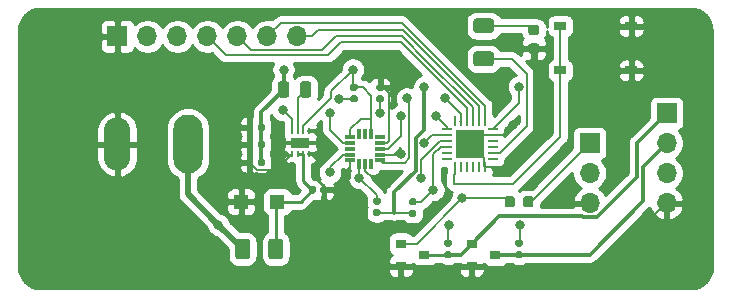
<source format=gbr>
%TF.GenerationSoftware,KiCad,Pcbnew,(5.1.6)-1*%
%TF.CreationDate,2020-10-18T09:30:19-05:00*%
%TF.ProjectId,TackleSensorPCB,5461636b-6c65-4536-956e-736f72504342,rev?*%
%TF.SameCoordinates,Original*%
%TF.FileFunction,Copper,L1,Top*%
%TF.FilePolarity,Positive*%
%FSLAX46Y46*%
G04 Gerber Fmt 4.6, Leading zero omitted, Abs format (unit mm)*
G04 Created by KiCad (PCBNEW (5.1.6)-1) date 2020-10-18 09:30:19*
%MOMM*%
%LPD*%
G01*
G04 APERTURE LIST*
%TA.AperFunction,ComponentPad*%
%ADD10O,1.700000X1.700000*%
%TD*%
%TA.AperFunction,ComponentPad*%
%ADD11R,1.700000X1.700000*%
%TD*%
%TA.AperFunction,SMDPad,CuDef*%
%ADD12R,0.304800X0.863600*%
%TD*%
%TA.AperFunction,SMDPad,CuDef*%
%ADD13R,0.863600X0.304800*%
%TD*%
%TA.AperFunction,SMDPad,CuDef*%
%ADD14R,2.450000X2.450000*%
%TD*%
%TA.AperFunction,SMDPad,CuDef*%
%ADD15R,0.270000X0.860000*%
%TD*%
%TA.AperFunction,SMDPad,CuDef*%
%ADD16R,0.860000X0.270000*%
%TD*%
%TA.AperFunction,SMDPad,CuDef*%
%ADD17R,0.250000X0.500000*%
%TD*%
%TA.AperFunction,SMDPad,CuDef*%
%ADD18R,1.600000X0.900000*%
%TD*%
%TA.AperFunction,ViaPad*%
%ADD19C,0.600000*%
%TD*%
%TA.AperFunction,SMDPad,CuDef*%
%ADD20R,1.000000X0.750000*%
%TD*%
%TA.AperFunction,SMDPad,CuDef*%
%ADD21R,0.900000X0.800000*%
%TD*%
%TA.AperFunction,ComponentPad*%
%ADD22O,2.250000X4.500000*%
%TD*%
%TA.AperFunction,ComponentPad*%
%ADD23O,2.500000X5.000000*%
%TD*%
%TA.AperFunction,SMDPad,CuDef*%
%ADD24R,1.250000X1.160000*%
%TD*%
%TA.AperFunction,ViaPad*%
%ADD25C,0.800000*%
%TD*%
%TA.AperFunction,ViaPad*%
%ADD26C,3.500000*%
%TD*%
%TA.AperFunction,Conductor*%
%ADD27C,0.200000*%
%TD*%
%TA.AperFunction,Conductor*%
%ADD28C,0.300000*%
%TD*%
%TA.AperFunction,Conductor*%
%ADD29C,0.250000*%
%TD*%
%TA.AperFunction,Conductor*%
%ADD30C,0.500000*%
%TD*%
%TA.AperFunction,Conductor*%
%ADD31C,0.254000*%
%TD*%
G04 APERTURE END LIST*
%TO.P,D1,2*%
%TO.N,Net-(D1-Pad2)*%
%TA.AperFunction,SMDPad,CuDef*%
G36*
G01*
X123506250Y-61900000D02*
X122993750Y-61900000D01*
G75*
G02*
X122775000Y-61681250I0J218750D01*
G01*
X122775000Y-61243750D01*
G75*
G02*
X122993750Y-61025000I218750J0D01*
G01*
X123506250Y-61025000D01*
G75*
G02*
X123725000Y-61243750I0J-218750D01*
G01*
X123725000Y-61681250D01*
G75*
G02*
X123506250Y-61900000I-218750J0D01*
G01*
G37*
%TD.AperFunction*%
%TO.P,D1,1*%
%TO.N,GND*%
%TA.AperFunction,SMDPad,CuDef*%
G36*
G01*
X123506250Y-63475000D02*
X122993750Y-63475000D01*
G75*
G02*
X122775000Y-63256250I0J218750D01*
G01*
X122775000Y-62818750D01*
G75*
G02*
X122993750Y-62600000I218750J0D01*
G01*
X123506250Y-62600000D01*
G75*
G02*
X123725000Y-62818750I0J-218750D01*
G01*
X123725000Y-63256250D01*
G75*
G02*
X123506250Y-63475000I-218750J0D01*
G01*
G37*
%TD.AperFunction*%
%TD*%
D10*
%TO.P,J4,7*%
%TO.N,SBWTCK*%
X103240000Y-62000000D03*
%TO.P,J4,6*%
%TO.N,SBWTDIO*%
X100700000Y-62000000D03*
%TO.P,J4,5*%
%TO.N,TXD*%
X98160000Y-62000000D03*
%TO.P,J4,4*%
%TO.N,RXD*%
X95620000Y-62000000D03*
%TO.P,J4,3*%
%TO.N,+3V3*%
X93080000Y-62000000D03*
%TO.P,J4,2*%
%TO.N,Net-(J4-Pad2)*%
X90540000Y-62000000D03*
D11*
%TO.P,J4,1*%
%TO.N,GND*%
X88000000Y-62000000D03*
%TD*%
D12*
%TO.P,U3,16*%
%TO.N,Net-(U3-Pad16)*%
X108492000Y-70230000D03*
%TO.P,U3,15*%
%TO.N,Net-(U3-Pad15)*%
X109000000Y-70230000D03*
%TO.P,U3,14*%
%TO.N,+3V3*%
X109508000Y-70230000D03*
D13*
%TO.P,U3,13*%
%TO.N,Net-(U3-Pad13)*%
X110270000Y-70509400D03*
%TO.P,U3,12*%
%TO.N,GND*%
X110270000Y-70992000D03*
%TO.P,U3,11*%
%TO.N,INT1*%
X110270000Y-71500000D03*
%TO.P,U3,10*%
%TO.N,GND*%
X110270000Y-72008000D03*
%TO.P,U3,9*%
%TO.N,INT2*%
X110270000Y-72490600D03*
D12*
%TO.P,U3,8*%
%TO.N,Net-(U3-Pad8)*%
X109508000Y-72770000D03*
%TO.P,U3,7*%
%TO.N,GND*%
X109000000Y-72770000D03*
%TO.P,U3,6*%
%TO.N,SDA*%
X108492000Y-72770000D03*
D13*
%TO.P,U3,5*%
%TO.N,GND*%
X107730000Y-72490600D03*
%TO.P,U3,4*%
%TO.N,SCL*%
X107730000Y-72008000D03*
%TO.P,U3,3*%
%TO.N,Net-(U3-Pad3)*%
X107730000Y-71500000D03*
%TO.P,U3,2*%
%TO.N,Net-(C5-Pad1)*%
X107730000Y-70992000D03*
%TO.P,U3,1*%
%TO.N,+3V3*%
X107730000Y-70509400D03*
%TD*%
D14*
%TO.P,U2,25*%
%TO.N,GND*%
X117840000Y-71120000D03*
D15*
%TO.P,U2,18*%
X119090000Y-73055000D03*
%TO.P,U2,17*%
%TO.N,Net-(U2-Pad17)*%
X118590000Y-73055000D03*
%TO.P,U2,16*%
%TO.N,Net-(U2-Pad16)*%
X118090000Y-73055000D03*
%TO.P,U2,15*%
%TO.N,Net-(U2-Pad15)*%
X117590000Y-73055000D03*
%TO.P,U2,14*%
%TO.N,Net-(U2-Pad14)*%
X117090000Y-73055000D03*
%TO.P,U2,13*%
%TO.N,SW0*%
X116590000Y-73055000D03*
%TO.P,U2,6*%
%TO.N,Net-(U2-Pad6)*%
X116590000Y-69185000D03*
%TO.P,U2,5*%
%TO.N,INT2*%
X117090000Y-69185000D03*
%TO.P,U2,4*%
%TO.N,RXD*%
X117590000Y-69185000D03*
%TO.P,U2,3*%
%TO.N,TXD*%
X118090000Y-69185000D03*
%TO.P,U2,2*%
%TO.N,SBWTCK*%
X118590000Y-69185000D03*
%TO.P,U2,1*%
%TO.N,SBWTDIO*%
X119090000Y-69185000D03*
D16*
%TO.P,U2,24*%
%TO.N,+3V3*%
X119775000Y-69870000D03*
%TO.P,U2,23*%
%TO.N,GND*%
X119775000Y-70370000D03*
%TO.P,U2,22*%
%TO.N,Net-(U2-Pad22)*%
X119775000Y-70870000D03*
%TO.P,U2,21*%
%TO.N,Net-(U2-Pad21)*%
X119775000Y-71370000D03*
%TO.P,U2,20*%
%TO.N,L0*%
X119775000Y-71870000D03*
%TO.P,U2,19*%
%TO.N,Net-(U2-Pad19)*%
X119775000Y-72370000D03*
%TO.P,U2,12*%
%TO.N,Net-(U2-Pad12)*%
X115905000Y-72370000D03*
%TO.P,U2,11*%
%TO.N,Net-(U2-Pad11)*%
X115905000Y-71870000D03*
%TO.P,U2,10*%
%TO.N,SCL*%
X115905000Y-71370000D03*
%TO.P,U2,9*%
%TO.N,SDA*%
X115905000Y-70870000D03*
%TO.P,U2,8*%
%TO.N,S0_INT*%
X115905000Y-70370000D03*
%TO.P,U2,7*%
%TO.N,INT1*%
X115905000Y-69870000D03*
%TD*%
D17*
%TO.P,U1,6*%
%TO.N,+3V3*%
X103750000Y-70050000D03*
%TO.P,U1,5*%
%TO.N,GND*%
X104250000Y-70050000D03*
%TO.P,U1,4*%
X104250000Y-71950000D03*
%TO.P,U1,2*%
%TO.N,Net-(C1-Pad1)*%
X103250000Y-71950000D03*
%TO.P,U1,1*%
%TO.N,GND*%
X102750000Y-71950000D03*
D18*
%TO.P,U1,9*%
X103500000Y-71000000D03*
D19*
%TD*%
%TO.N,GND*%
%TO.C,U1*%
X104000000Y-71000000D03*
%TO.N,GND*%
%TO.C,U1*%
X103000000Y-71000000D03*
D17*
%TD*%
%TO.P,U1,8*%
%TO.N,PG*%
X102750000Y-70050000D03*
%TO.P,U1,7*%
%TO.N,Net-(L1-Pad1)*%
X103250000Y-70050000D03*
%TO.P,U1,3*%
%TO.N,Net-(C1-Pad1)*%
X103750000Y-71950000D03*
%TD*%
D20*
%TO.P,Test,2*%
%TO.N,GND*%
X131500000Y-64875000D03*
%TO.P,Test,1*%
%TO.N,SW0*%
X125500000Y-64875000D03*
%TO.P,Test,2*%
%TO.N,GND*%
X131500000Y-61125000D03*
%TO.P,Test,1*%
%TO.N,SW0*%
X125500000Y-61125000D03*
%TD*%
%TO.P,R7,2*%
%TO.N,S0_Vin*%
%TA.AperFunction,SMDPad,CuDef*%
G36*
G01*
X121827500Y-80190000D02*
X122172500Y-80190000D01*
G75*
G02*
X122320000Y-80337500I0J-147500D01*
G01*
X122320000Y-80632500D01*
G75*
G02*
X122172500Y-80780000I-147500J0D01*
G01*
X121827500Y-80780000D01*
G75*
G02*
X121680000Y-80632500I0J147500D01*
G01*
X121680000Y-80337500D01*
G75*
G02*
X121827500Y-80190000I147500J0D01*
G01*
G37*
%TD.AperFunction*%
%TO.P,R7,1*%
%TO.N,Vin*%
%TA.AperFunction,SMDPad,CuDef*%
G36*
G01*
X121827500Y-79220000D02*
X122172500Y-79220000D01*
G75*
G02*
X122320000Y-79367500I0J-147500D01*
G01*
X122320000Y-79662500D01*
G75*
G02*
X122172500Y-79810000I-147500J0D01*
G01*
X121827500Y-79810000D01*
G75*
G02*
X121680000Y-79662500I0J147500D01*
G01*
X121680000Y-79367500D01*
G75*
G02*
X121827500Y-79220000I147500J0D01*
G01*
G37*
%TD.AperFunction*%
%TD*%
%TO.P,R6,2*%
%TO.N,notS0_Vin*%
%TA.AperFunction,SMDPad,CuDef*%
G36*
G01*
X115827500Y-80190000D02*
X116172500Y-80190000D01*
G75*
G02*
X116320000Y-80337500I0J-147500D01*
G01*
X116320000Y-80632500D01*
G75*
G02*
X116172500Y-80780000I-147500J0D01*
G01*
X115827500Y-80780000D01*
G75*
G02*
X115680000Y-80632500I0J147500D01*
G01*
X115680000Y-80337500D01*
G75*
G02*
X115827500Y-80190000I147500J0D01*
G01*
G37*
%TD.AperFunction*%
%TO.P,R6,1*%
%TO.N,Vin*%
%TA.AperFunction,SMDPad,CuDef*%
G36*
G01*
X115827500Y-79220000D02*
X116172500Y-79220000D01*
G75*
G02*
X116320000Y-79367500I0J-147500D01*
G01*
X116320000Y-79662500D01*
G75*
G02*
X116172500Y-79810000I-147500J0D01*
G01*
X115827500Y-79810000D01*
G75*
G02*
X115680000Y-79662500I0J147500D01*
G01*
X115680000Y-79367500D01*
G75*
G02*
X115827500Y-79220000I147500J0D01*
G01*
G37*
%TD.AperFunction*%
%TD*%
%TO.P,R5,2*%
%TO.N,S0_INT*%
%TA.AperFunction,SMDPad,CuDef*%
G36*
G01*
X121650000Y-75743750D02*
X121650000Y-76256250D01*
G75*
G02*
X121431250Y-76475000I-218750J0D01*
G01*
X120993750Y-76475000D01*
G75*
G02*
X120775000Y-76256250I0J218750D01*
G01*
X120775000Y-75743750D01*
G75*
G02*
X120993750Y-75525000I218750J0D01*
G01*
X121431250Y-75525000D01*
G75*
G02*
X121650000Y-75743750I0J-218750D01*
G01*
G37*
%TD.AperFunction*%
%TO.P,R5,1*%
%TO.N,S0_3V3*%
%TA.AperFunction,SMDPad,CuDef*%
G36*
G01*
X123225000Y-75743750D02*
X123225000Y-76256250D01*
G75*
G02*
X123006250Y-76475000I-218750J0D01*
G01*
X122568750Y-76475000D01*
G75*
G02*
X122350000Y-76256250I0J218750D01*
G01*
X122350000Y-75743750D01*
G75*
G02*
X122568750Y-75525000I218750J0D01*
G01*
X123006250Y-75525000D01*
G75*
G02*
X123225000Y-75743750I0J-218750D01*
G01*
G37*
%TD.AperFunction*%
%TD*%
%TO.P,R4,2*%
%TO.N,Net-(D1-Pad2)*%
%TA.AperFunction,SMDPad,CuDef*%
G36*
G01*
X119625000Y-61725000D02*
X118375000Y-61725000D01*
G75*
G02*
X118125000Y-61475000I0J250000D01*
G01*
X118125000Y-60725000D01*
G75*
G02*
X118375000Y-60475000I250000J0D01*
G01*
X119625000Y-60475000D01*
G75*
G02*
X119875000Y-60725000I0J-250000D01*
G01*
X119875000Y-61475000D01*
G75*
G02*
X119625000Y-61725000I-250000J0D01*
G01*
G37*
%TD.AperFunction*%
%TO.P,R4,1*%
%TO.N,L0*%
%TA.AperFunction,SMDPad,CuDef*%
G36*
G01*
X119625000Y-64525000D02*
X118375000Y-64525000D01*
G75*
G02*
X118125000Y-64275000I0J250000D01*
G01*
X118125000Y-63525000D01*
G75*
G02*
X118375000Y-63275000I250000J0D01*
G01*
X119625000Y-63275000D01*
G75*
G02*
X119875000Y-63525000I0J-250000D01*
G01*
X119875000Y-64275000D01*
G75*
G02*
X119625000Y-64525000I-250000J0D01*
G01*
G37*
%TD.AperFunction*%
%TD*%
%TO.P,R3,2*%
%TO.N,PG*%
%TA.AperFunction,SMDPad,CuDef*%
G36*
G01*
X107857500Y-67000000D02*
X108202500Y-67000000D01*
G75*
G02*
X108350000Y-67147500I0J-147500D01*
G01*
X108350000Y-67442500D01*
G75*
G02*
X108202500Y-67590000I-147500J0D01*
G01*
X107857500Y-67590000D01*
G75*
G02*
X107710000Y-67442500I0J147500D01*
G01*
X107710000Y-67147500D01*
G75*
G02*
X107857500Y-67000000I147500J0D01*
G01*
G37*
%TD.AperFunction*%
%TO.P,R3,1*%
%TO.N,+3V3*%
%TA.AperFunction,SMDPad,CuDef*%
G36*
G01*
X107857500Y-66030000D02*
X108202500Y-66030000D01*
G75*
G02*
X108350000Y-66177500I0J-147500D01*
G01*
X108350000Y-66472500D01*
G75*
G02*
X108202500Y-66620000I-147500J0D01*
G01*
X107857500Y-66620000D01*
G75*
G02*
X107710000Y-66472500I0J147500D01*
G01*
X107710000Y-66177500D01*
G75*
G02*
X107857500Y-66030000I147500J0D01*
G01*
G37*
%TD.AperFunction*%
%TD*%
%TO.P,R2,2*%
%TO.N,SDA*%
%TA.AperFunction,SMDPad,CuDef*%
G36*
G01*
X110142500Y-76240000D02*
X109797500Y-76240000D01*
G75*
G02*
X109650000Y-76092500I0J147500D01*
G01*
X109650000Y-75797500D01*
G75*
G02*
X109797500Y-75650000I147500J0D01*
G01*
X110142500Y-75650000D01*
G75*
G02*
X110290000Y-75797500I0J-147500D01*
G01*
X110290000Y-76092500D01*
G75*
G02*
X110142500Y-76240000I-147500J0D01*
G01*
G37*
%TD.AperFunction*%
%TO.P,R2,1*%
%TO.N,+3V3*%
%TA.AperFunction,SMDPad,CuDef*%
G36*
G01*
X110142500Y-77210000D02*
X109797500Y-77210000D01*
G75*
G02*
X109650000Y-77062500I0J147500D01*
G01*
X109650000Y-76767500D01*
G75*
G02*
X109797500Y-76620000I147500J0D01*
G01*
X110142500Y-76620000D01*
G75*
G02*
X110290000Y-76767500I0J-147500D01*
G01*
X110290000Y-77062500D01*
G75*
G02*
X110142500Y-77210000I-147500J0D01*
G01*
G37*
%TD.AperFunction*%
%TD*%
%TO.P,R1,2*%
%TO.N,SCL*%
%TA.AperFunction,SMDPad,CuDef*%
G36*
G01*
X113172500Y-76310000D02*
X112827500Y-76310000D01*
G75*
G02*
X112680000Y-76162500I0J147500D01*
G01*
X112680000Y-75867500D01*
G75*
G02*
X112827500Y-75720000I147500J0D01*
G01*
X113172500Y-75720000D01*
G75*
G02*
X113320000Y-75867500I0J-147500D01*
G01*
X113320000Y-76162500D01*
G75*
G02*
X113172500Y-76310000I-147500J0D01*
G01*
G37*
%TD.AperFunction*%
%TO.P,R1,1*%
%TO.N,+3V3*%
%TA.AperFunction,SMDPad,CuDef*%
G36*
G01*
X113172500Y-77280000D02*
X112827500Y-77280000D01*
G75*
G02*
X112680000Y-77132500I0J147500D01*
G01*
X112680000Y-76837500D01*
G75*
G02*
X112827500Y-76690000I147500J0D01*
G01*
X113172500Y-76690000D01*
G75*
G02*
X113320000Y-76837500I0J-147500D01*
G01*
X113320000Y-77132500D01*
G75*
G02*
X113172500Y-77280000I-147500J0D01*
G01*
G37*
%TD.AperFunction*%
%TD*%
D21*
%TO.P,Q2,3*%
%TO.N,S0_Vin*%
X120000000Y-80500000D03*
%TO.P,Q2,2*%
%TO.N,GND*%
X118000000Y-81450000D03*
%TO.P,Q2,1*%
%TO.N,notS0_Vin*%
X118000000Y-79550000D03*
%TD*%
%TO.P,Q1,3*%
%TO.N,notS0_Vin*%
X114000000Y-80500000D03*
%TO.P,Q1,2*%
%TO.N,GND*%
X112000000Y-81450000D03*
%TO.P,Q1,1*%
%TO.N,S0_INT*%
X112000000Y-79550000D03*
%TD*%
%TO.P,L1,2*%
%TO.N,+3V3*%
%TA.AperFunction,SMDPad,CuDef*%
G36*
G01*
X102550000Y-66043750D02*
X102550000Y-66956250D01*
G75*
G02*
X102306250Y-67200000I-243750J0D01*
G01*
X101818750Y-67200000D01*
G75*
G02*
X101575000Y-66956250I0J243750D01*
G01*
X101575000Y-66043750D01*
G75*
G02*
X101818750Y-65800000I243750J0D01*
G01*
X102306250Y-65800000D01*
G75*
G02*
X102550000Y-66043750I0J-243750D01*
G01*
G37*
%TD.AperFunction*%
%TO.P,L1,1*%
%TO.N,Net-(L1-Pad1)*%
%TA.AperFunction,SMDPad,CuDef*%
G36*
G01*
X104425000Y-66043750D02*
X104425000Y-66956250D01*
G75*
G02*
X104181250Y-67200000I-243750J0D01*
G01*
X103693750Y-67200000D01*
G75*
G02*
X103450000Y-66956250I0J243750D01*
G01*
X103450000Y-66043750D01*
G75*
G02*
X103693750Y-65800000I243750J0D01*
G01*
X104181250Y-65800000D01*
G75*
G02*
X104425000Y-66043750I0J-243750D01*
G01*
G37*
%TD.AperFunction*%
%TD*%
D10*
%TO.P,J3,4*%
%TO.N,GND*%
X134500000Y-76120000D03*
%TO.P,J3,3*%
%TO.N,Vin*%
X134500000Y-73580000D03*
%TO.P,J3,2*%
%TO.N,S0_Vin*%
X134500000Y-71040000D03*
D11*
%TO.P,J3,1*%
%TO.N,notS0_Vin*%
X134500000Y-68500000D03*
%TD*%
D10*
%TO.P,J2,3*%
%TO.N,GND*%
X128000000Y-76120000D03*
%TO.P,J2,2*%
%TO.N,Vin*%
X128000000Y-73580000D03*
D11*
%TO.P,J2,1*%
%TO.N,S0_3V3*%
X128000000Y-71040000D03*
%TD*%
D22*
%TO.P,J1,2*%
%TO.N,GND*%
X87980000Y-71120000D03*
D23*
%TO.P,J1,1*%
%TO.N,Vin*%
X93980000Y-71120000D03*
%TD*%
%TO.P,F1,2*%
%TO.N,Net-(C1-Pad1)*%
%TA.AperFunction,SMDPad,CuDef*%
G36*
G01*
X100775000Y-80625000D02*
X100775000Y-79375000D01*
G75*
G02*
X101025000Y-79125000I250000J0D01*
G01*
X101775000Y-79125000D01*
G75*
G02*
X102025000Y-79375000I0J-250000D01*
G01*
X102025000Y-80625000D01*
G75*
G02*
X101775000Y-80875000I-250000J0D01*
G01*
X101025000Y-80875000D01*
G75*
G02*
X100775000Y-80625000I0J250000D01*
G01*
G37*
%TD.AperFunction*%
%TO.P,F1,1*%
%TO.N,Vin*%
%TA.AperFunction,SMDPad,CuDef*%
G36*
G01*
X97975000Y-80625000D02*
X97975000Y-79375000D01*
G75*
G02*
X98225000Y-79125000I250000J0D01*
G01*
X98975000Y-79125000D01*
G75*
G02*
X99225000Y-79375000I0J-250000D01*
G01*
X99225000Y-80625000D01*
G75*
G02*
X98975000Y-80875000I-250000J0D01*
G01*
X98225000Y-80875000D01*
G75*
G02*
X97975000Y-80625000I0J250000D01*
G01*
G37*
%TD.AperFunction*%
%TD*%
D24*
%TO.P,D2,2*%
%TO.N,GND*%
X98470000Y-76000000D03*
%TO.P,D2,1*%
%TO.N,Net-(C1-Pad1)*%
X101530000Y-76000000D03*
%TD*%
%TO.P,C5,2*%
%TO.N,GND*%
%TA.AperFunction,SMDPad,CuDef*%
G36*
G01*
X110422500Y-66620000D02*
X110077500Y-66620000D01*
G75*
G02*
X109930000Y-66472500I0J147500D01*
G01*
X109930000Y-66177500D01*
G75*
G02*
X110077500Y-66030000I147500J0D01*
G01*
X110422500Y-66030000D01*
G75*
G02*
X110570000Y-66177500I0J-147500D01*
G01*
X110570000Y-66472500D01*
G75*
G02*
X110422500Y-66620000I-147500J0D01*
G01*
G37*
%TD.AperFunction*%
%TO.P,C5,1*%
%TO.N,Net-(C5-Pad1)*%
%TA.AperFunction,SMDPad,CuDef*%
G36*
G01*
X110422500Y-67590000D02*
X110077500Y-67590000D01*
G75*
G02*
X109930000Y-67442500I0J147500D01*
G01*
X109930000Y-67147500D01*
G75*
G02*
X110077500Y-67000000I147500J0D01*
G01*
X110422500Y-67000000D01*
G75*
G02*
X110570000Y-67147500I0J-147500D01*
G01*
X110570000Y-67442500D01*
G75*
G02*
X110422500Y-67590000I-147500J0D01*
G01*
G37*
%TD.AperFunction*%
%TD*%
%TO.P,C4,2*%
%TO.N,GND*%
%TA.AperFunction,SMDPad,CuDef*%
G36*
G01*
X99520000Y-72507500D02*
X99520000Y-72852500D01*
G75*
G02*
X99372500Y-73000000I-147500J0D01*
G01*
X99077500Y-73000000D01*
G75*
G02*
X98930000Y-72852500I0J147500D01*
G01*
X98930000Y-72507500D01*
G75*
G02*
X99077500Y-72360000I147500J0D01*
G01*
X99372500Y-72360000D01*
G75*
G02*
X99520000Y-72507500I0J-147500D01*
G01*
G37*
%TD.AperFunction*%
%TO.P,C4,1*%
%TO.N,+3V3*%
%TA.AperFunction,SMDPad,CuDef*%
G36*
G01*
X100490000Y-72507500D02*
X100490000Y-72852500D01*
G75*
G02*
X100342500Y-73000000I-147500J0D01*
G01*
X100047500Y-73000000D01*
G75*
G02*
X99900000Y-72852500I0J147500D01*
G01*
X99900000Y-72507500D01*
G75*
G02*
X100047500Y-72360000I147500J0D01*
G01*
X100342500Y-72360000D01*
G75*
G02*
X100490000Y-72507500I0J-147500D01*
G01*
G37*
%TD.AperFunction*%
%TD*%
%TO.P,C3,2*%
%TO.N,GND*%
%TA.AperFunction,SMDPad,CuDef*%
G36*
G01*
X99520000Y-71007500D02*
X99520000Y-71352500D01*
G75*
G02*
X99372500Y-71500000I-147500J0D01*
G01*
X99077500Y-71500000D01*
G75*
G02*
X98930000Y-71352500I0J147500D01*
G01*
X98930000Y-71007500D01*
G75*
G02*
X99077500Y-70860000I147500J0D01*
G01*
X99372500Y-70860000D01*
G75*
G02*
X99520000Y-71007500I0J-147500D01*
G01*
G37*
%TD.AperFunction*%
%TO.P,C3,1*%
%TO.N,+3V3*%
%TA.AperFunction,SMDPad,CuDef*%
G36*
G01*
X100490000Y-71007500D02*
X100490000Y-71352500D01*
G75*
G02*
X100342500Y-71500000I-147500J0D01*
G01*
X100047500Y-71500000D01*
G75*
G02*
X99900000Y-71352500I0J147500D01*
G01*
X99900000Y-71007500D01*
G75*
G02*
X100047500Y-70860000I147500J0D01*
G01*
X100342500Y-70860000D01*
G75*
G02*
X100490000Y-71007500I0J-147500D01*
G01*
G37*
%TD.AperFunction*%
%TD*%
%TO.P,C2,2*%
%TO.N,GND*%
%TA.AperFunction,SMDPad,CuDef*%
G36*
G01*
X99520000Y-69507500D02*
X99520000Y-69852500D01*
G75*
G02*
X99372500Y-70000000I-147500J0D01*
G01*
X99077500Y-70000000D01*
G75*
G02*
X98930000Y-69852500I0J147500D01*
G01*
X98930000Y-69507500D01*
G75*
G02*
X99077500Y-69360000I147500J0D01*
G01*
X99372500Y-69360000D01*
G75*
G02*
X99520000Y-69507500I0J-147500D01*
G01*
G37*
%TD.AperFunction*%
%TO.P,C2,1*%
%TO.N,+3V3*%
%TA.AperFunction,SMDPad,CuDef*%
G36*
G01*
X100490000Y-69507500D02*
X100490000Y-69852500D01*
G75*
G02*
X100342500Y-70000000I-147500J0D01*
G01*
X100047500Y-70000000D01*
G75*
G02*
X99900000Y-69852500I0J147500D01*
G01*
X99900000Y-69507500D01*
G75*
G02*
X100047500Y-69360000I147500J0D01*
G01*
X100342500Y-69360000D01*
G75*
G02*
X100490000Y-69507500I0J-147500D01*
G01*
G37*
%TD.AperFunction*%
%TD*%
%TO.P,C1,2*%
%TO.N,GND*%
%TA.AperFunction,SMDPad,CuDef*%
G36*
G01*
X105190000Y-75172500D02*
X105190000Y-74827500D01*
G75*
G02*
X105337500Y-74680000I147500J0D01*
G01*
X105632500Y-74680000D01*
G75*
G02*
X105780000Y-74827500I0J-147500D01*
G01*
X105780000Y-75172500D01*
G75*
G02*
X105632500Y-75320000I-147500J0D01*
G01*
X105337500Y-75320000D01*
G75*
G02*
X105190000Y-75172500I0J147500D01*
G01*
G37*
%TD.AperFunction*%
%TO.P,C1,1*%
%TO.N,Net-(C1-Pad1)*%
%TA.AperFunction,SMDPad,CuDef*%
G36*
G01*
X104220000Y-75172500D02*
X104220000Y-74827500D01*
G75*
G02*
X104367500Y-74680000I147500J0D01*
G01*
X104662500Y-74680000D01*
G75*
G02*
X104810000Y-74827500I0J-147500D01*
G01*
X104810000Y-75172500D01*
G75*
G02*
X104662500Y-75320000I-147500J0D01*
G01*
X104367500Y-75320000D01*
G75*
G02*
X104220000Y-75172500I0J147500D01*
G01*
G37*
%TD.AperFunction*%
%TD*%
D25*
%TO.N,GND*%
X110800000Y-74000000D03*
D26*
X136500000Y-81500000D03*
X136500000Y-61500000D03*
X81500000Y-61500000D03*
X81500000Y-81500000D03*
D25*
X121500000Y-69500000D03*
X112000000Y-72000000D03*
X106000000Y-71500000D03*
X124000000Y-67000000D03*
X111400000Y-64000000D03*
%TO.N,+3V3*%
X102062500Y-64812500D03*
X107937500Y-64812500D03*
X122000000Y-66250000D03*
X114000000Y-66250000D03*
%TO.N,Net-(C5-Pad1)*%
X110250000Y-68500000D03*
X106000000Y-68500000D03*
%TO.N,Vin*%
X96550000Y-77950000D03*
X122050000Y-77950000D03*
X116050000Y-77950000D03*
%TO.N,S0_INT*%
X114000000Y-71000000D03*
X117200001Y-75700001D03*
%TO.N,SCL*%
X106000000Y-73500000D03*
X114750000Y-75000000D03*
%TO.N,SDA*%
X108492000Y-73992000D03*
X113742000Y-73992000D03*
%TO.N,PG*%
X106795000Y-67295000D03*
X102000000Y-68250000D03*
%TO.N,INT2*%
X115750000Y-67250000D03*
X112500000Y-67250000D03*
%TO.N,INT1*%
X115000000Y-68750000D03*
X112000000Y-68750000D03*
%TD*%
D27*
%TO.N,GND*%
X105485000Y-75000000D02*
X106750000Y-75000000D01*
X107730000Y-74020000D02*
X107730000Y-72490600D01*
X106750000Y-75000000D02*
X107730000Y-74020000D01*
X120630000Y-70370000D02*
X119775000Y-70370000D01*
X121500000Y-69500000D02*
X120630000Y-70370000D01*
X120945000Y-73055000D02*
X122000000Y-72000000D01*
X119090000Y-73055000D02*
X120945000Y-73055000D01*
X111001801Y-70834301D02*
X110844102Y-70992000D01*
X111001801Y-66756801D02*
X111001801Y-70834301D01*
X110844102Y-70992000D02*
X110270000Y-70992000D01*
X110570000Y-66325000D02*
X111001801Y-66756801D01*
X110250000Y-66325000D02*
X110570000Y-66325000D01*
X111992000Y-72008000D02*
X112000000Y-72000000D01*
X110270000Y-72008000D02*
X111992000Y-72008000D01*
X109598200Y-74000000D02*
X111000000Y-74000000D01*
X109000000Y-73401800D02*
X109598200Y-74000000D01*
X109000000Y-72770000D02*
X109000000Y-73401800D01*
X105299999Y-74814999D02*
X105485000Y-75000000D01*
X118000000Y-81190000D02*
X118190000Y-81190000D01*
X99845010Y-73300010D02*
X99225000Y-72680000D01*
X101399990Y-73300010D02*
X99845010Y-73300010D01*
X102750000Y-71950000D02*
X101399990Y-73300010D01*
X118050000Y-81500000D02*
X118000000Y-81450000D01*
X124500000Y-81500000D02*
X118050000Y-81500000D01*
X112000000Y-81450000D02*
X118000000Y-81450000D01*
X134481054Y-76120000D02*
X134500000Y-76120000D01*
X129101054Y-81500000D02*
X134481054Y-76120000D01*
X124500000Y-81500000D02*
X129101054Y-81500000D01*
X104550000Y-70050000D02*
X106000000Y-71500000D01*
X123284980Y-64715020D02*
X123500000Y-64500000D01*
X123284980Y-70715020D02*
X123284980Y-64715020D01*
X122000000Y-72000000D02*
X123284980Y-70715020D01*
X123500000Y-63287500D02*
X123250000Y-63037500D01*
X123500000Y-64500000D02*
X123500000Y-63287500D01*
X110250000Y-66325000D02*
X110250000Y-63750000D01*
X110250000Y-63750000D02*
X110250000Y-63750000D01*
D28*
X103000000Y-71000000D02*
X102000000Y-71000000D01*
X103500000Y-71000000D02*
X105000000Y-71000000D01*
X104250000Y-70050000D02*
X104950000Y-70050000D01*
X104250000Y-71950000D02*
X104950000Y-71950000D01*
D27*
X118590000Y-70370000D02*
X117840000Y-71120000D01*
X119775000Y-70370000D02*
X118590000Y-70370000D01*
X119044999Y-73009999D02*
X119090000Y-73055000D01*
X119044999Y-72324999D02*
X119044999Y-73009999D01*
X117840000Y-71120000D02*
X119044999Y-72324999D01*
D29*
X105485000Y-74680000D02*
X104500000Y-73695000D01*
X105485000Y-75000000D02*
X105485000Y-74680000D01*
X104500000Y-73695000D02*
X104500000Y-73000000D01*
X104500000Y-73000000D02*
X105000000Y-72500000D01*
X104450000Y-71950000D02*
X104250000Y-71950000D01*
X105000000Y-72500000D02*
X104450000Y-71950000D01*
X105550000Y-71950000D02*
X106000000Y-71500000D01*
X104950000Y-71950000D02*
X105550000Y-71950000D01*
%TO.N,Net-(C1-Pad1)*%
X103515000Y-76000000D02*
X104515000Y-75000000D01*
X101530000Y-76000000D02*
X103515000Y-76000000D01*
X101400000Y-76130000D02*
X101530000Y-76000000D01*
X101400000Y-80000000D02*
X101400000Y-76130000D01*
X103750000Y-74235000D02*
X104515000Y-75000000D01*
X103750000Y-71950000D02*
X103750000Y-74235000D01*
X103250000Y-71950000D02*
X103750000Y-71950000D01*
D27*
%TO.N,+3V3*%
X108030000Y-66325000D02*
X108825000Y-66325000D01*
X108825000Y-66325000D02*
X109508000Y-67008000D01*
X108605798Y-68992000D02*
X109508000Y-68992000D01*
X107730000Y-69867798D02*
X108605798Y-68992000D01*
X109508000Y-67008000D02*
X109508000Y-68992000D01*
X107730000Y-70509400D02*
X107730000Y-69867798D01*
X109508000Y-68992000D02*
X109508000Y-70230000D01*
D28*
X100195000Y-69680000D02*
X100195000Y-71180000D01*
X100195000Y-71180000D02*
X100195000Y-72680000D01*
X100195000Y-68367500D02*
X102062500Y-66500000D01*
X100195000Y-69680000D02*
X100195000Y-68367500D01*
X102062500Y-66500000D02*
X102062500Y-64812500D01*
X102062500Y-64812500D02*
X102062500Y-64812500D01*
D27*
X122000000Y-67645000D02*
X119775000Y-69870000D01*
X122000000Y-66250000D02*
X122000000Y-67645000D01*
X107937500Y-66232500D02*
X108030000Y-66325000D01*
X107937500Y-64812500D02*
X107937500Y-66232500D01*
X107937500Y-65412500D02*
X107937500Y-64812500D01*
X103750000Y-69600000D02*
X106094999Y-67255001D01*
X106094999Y-66655001D02*
X107937500Y-64812500D01*
X106094999Y-67255001D02*
X106094999Y-66655001D01*
X103750000Y-70050000D02*
X103750000Y-69600000D01*
X112930000Y-76915000D02*
X113000000Y-76985000D01*
D28*
X113249999Y-73373999D02*
X111415000Y-75208998D01*
X111415000Y-75208998D02*
X111415000Y-76915000D01*
D27*
X111415000Y-76915000D02*
X112930000Y-76915000D01*
X109970000Y-76915000D02*
X111415000Y-76915000D01*
D28*
X114000000Y-69889998D02*
X113249999Y-70639999D01*
X113249999Y-70639999D02*
X113249999Y-73373999D01*
X114000000Y-66250000D02*
X114000000Y-69889998D01*
D27*
%TO.N,Net-(C5-Pad1)*%
X106000000Y-69250000D02*
X106000000Y-69250000D01*
X106000000Y-69250000D02*
X106000000Y-68500000D01*
X106000000Y-69903602D02*
X106000000Y-69250000D01*
X107730000Y-70992000D02*
X107088398Y-70992000D01*
X107088398Y-70992000D02*
X106000000Y-69903602D01*
X110250000Y-67295000D02*
X110250000Y-68500000D01*
%TO.N,Net-(D1-Pad2)*%
X122887500Y-61100000D02*
X123250000Y-61462500D01*
X119000000Y-61100000D02*
X122887500Y-61100000D01*
D30*
%TO.N,Vin*%
X93980000Y-75380000D02*
X96550000Y-77950000D01*
X93980000Y-71120000D02*
X93980000Y-75380000D01*
X96550000Y-77950000D02*
X98600000Y-80000000D01*
D27*
X122000000Y-78000000D02*
X122050000Y-77950000D01*
X116000000Y-78000000D02*
X116050000Y-77950000D01*
X116000000Y-79515000D02*
X116000000Y-78000000D01*
X122050000Y-79465000D02*
X122000000Y-79515000D01*
X122050000Y-77950000D02*
X122050000Y-79465000D01*
%TO.N,S0_3V3*%
X127437500Y-71602500D02*
X128000000Y-71040000D01*
X123040000Y-76000000D02*
X128000000Y-71040000D01*
X122787500Y-76000000D02*
X123040000Y-76000000D01*
D29*
%TO.N,S0_Vin*%
X121980000Y-80240000D02*
X122000000Y-80220000D01*
D28*
X121985000Y-80500000D02*
X122000000Y-80485000D01*
X120000000Y-80500000D02*
X121985000Y-80500000D01*
X122000000Y-80485000D02*
X127985000Y-80485000D01*
X127985000Y-80485000D02*
X132500000Y-75970000D01*
X132500000Y-73040000D02*
X134500000Y-71040000D01*
X132500000Y-75970000D02*
X132500000Y-73040000D01*
D29*
%TO.N,notS0_Vin*%
X115985000Y-80500000D02*
X116000000Y-80485000D01*
X114000000Y-80500000D02*
X115985000Y-80500000D01*
D28*
X131999990Y-71000010D02*
X134500000Y-68500000D01*
X131999990Y-73896012D02*
X131999990Y-71000010D01*
X128576001Y-77320001D02*
X131999990Y-73896012D01*
X127423999Y-77320001D02*
X128576001Y-77320001D01*
X127303997Y-77199999D02*
X127423999Y-77320001D01*
X120350001Y-77199999D02*
X127303997Y-77199999D01*
X118000000Y-79550000D02*
X120350001Y-77199999D01*
X117065000Y-80485000D02*
X116000000Y-80485000D01*
X118000000Y-79550000D02*
X117065000Y-80485000D01*
D27*
%TO.N,SBWTCK*%
X118590000Y-67922600D02*
X118590000Y-69185000D01*
X112167400Y-61500000D02*
X118590000Y-67922600D01*
X104942081Y-61500000D02*
X112167400Y-61500000D01*
X103240000Y-62000000D02*
X104442081Y-62000000D01*
X104442081Y-62000000D02*
X104942081Y-61500000D01*
%TO.N,SBWTDIO*%
X101850001Y-60849999D02*
X100700000Y-62000000D01*
X112083097Y-60849999D02*
X101850001Y-60849999D01*
X119090000Y-67856902D02*
X112083097Y-60849999D01*
X119090000Y-69185000D02*
X119090000Y-67856902D01*
%TO.N,TXD*%
X118090000Y-67988299D02*
X113814190Y-63712489D01*
X118090000Y-69185000D02*
X118090000Y-67988299D01*
X99310001Y-63150001D02*
X105349999Y-63150001D01*
X98160000Y-62000000D02*
X99310001Y-63150001D01*
X105349999Y-63150001D02*
X106500000Y-62000000D01*
X112601700Y-62500000D02*
X113814189Y-63712489D01*
X106500000Y-62000000D02*
X112101700Y-62000000D01*
X112101700Y-62000000D02*
X112601700Y-62500000D01*
%TO.N,RXD*%
X117590000Y-68053998D02*
X117590000Y-69185000D01*
X95620000Y-62000000D02*
X97170011Y-63550011D01*
X97170011Y-63550011D02*
X105849989Y-63550011D01*
X105849989Y-63550011D02*
X106900000Y-62500000D01*
X112036002Y-62500000D02*
X117590000Y-68053998D01*
X106900000Y-62500000D02*
X112036002Y-62500000D01*
%TO.N,Net-(L1-Pad1)*%
X103250000Y-67187500D02*
X103937500Y-66500000D01*
X103250000Y-70050000D02*
X103250000Y-67187500D01*
%TO.N,S0_INT*%
X115905000Y-70370000D02*
X114630000Y-70370000D01*
X114630000Y-70370000D02*
X114000000Y-71000000D01*
X114000000Y-71000000D02*
X114000000Y-71000000D01*
X113350002Y-79550000D02*
X117200001Y-75700001D01*
X112000000Y-79550000D02*
X113350002Y-79550000D01*
X120912501Y-75700001D02*
X121212500Y-76000000D01*
X117200001Y-75700001D02*
X120912501Y-75700001D01*
%TO.N,SCL*%
X107088398Y-72008000D02*
X106000000Y-73096398D01*
X107730000Y-72008000D02*
X107088398Y-72008000D01*
X106000000Y-73096398D02*
X106000000Y-73500000D01*
X106000000Y-73500000D02*
X106000000Y-73500000D01*
X115365696Y-71370000D02*
X114750000Y-71985696D01*
X115905000Y-71370000D02*
X115365696Y-71370000D01*
X113735000Y-76015000D02*
X114750000Y-75000000D01*
X113000000Y-76015000D02*
X113735000Y-76015000D01*
X114750000Y-71985696D02*
X114750000Y-75000000D01*
%TO.N,SDA*%
X113737500Y-72432498D02*
X115299998Y-70870000D01*
X115299998Y-70870000D02*
X115905000Y-70870000D01*
X108492000Y-72770000D02*
X108492000Y-73992000D01*
X108492000Y-73992000D02*
X108492000Y-73992000D01*
X113737500Y-73987500D02*
X113742000Y-73992000D01*
X113737500Y-72432498D02*
X113737500Y-73987500D01*
X109970000Y-75470000D02*
X108492000Y-73992000D01*
X109970000Y-75945000D02*
X109970000Y-75470000D01*
%TO.N,PG*%
X102750000Y-70050000D02*
X102750000Y-69000000D01*
X102750000Y-69000000D02*
X102000000Y-68250000D01*
X108030000Y-67295000D02*
X106795000Y-67295000D01*
X106795000Y-67295000D02*
X106795000Y-67295000D01*
X102000000Y-68250000D02*
X102000000Y-68250000D01*
%TO.N,L0*%
X122700001Y-69550001D02*
X122700001Y-65200001D01*
X122700001Y-65200001D02*
X121400000Y-63900000D01*
X119775000Y-71870000D02*
X120380002Y-71870000D01*
X121400000Y-63900000D02*
X119000000Y-63900000D01*
X120380002Y-71870000D02*
X122700001Y-69550001D01*
%TO.N,SW0*%
X125500000Y-61125000D02*
X125500000Y-64875000D01*
X125500000Y-70500000D02*
X125500000Y-64875000D01*
X116500000Y-74500000D02*
X121500000Y-74500000D01*
X121500000Y-74500000D02*
X125500000Y-70500000D01*
X116590000Y-73055000D02*
X116590000Y-73685000D01*
X116590000Y-73685000D02*
X116500000Y-73775000D01*
X116500000Y-73775000D02*
X116500000Y-74500000D01*
%TO.N,INT2*%
X117090000Y-69185000D02*
X117065000Y-69185000D01*
X117065000Y-69185000D02*
X117025001Y-69145001D01*
X117090000Y-68590000D02*
X117090000Y-69185000D01*
X115750000Y-67250000D02*
X117090000Y-68590000D01*
X112700001Y-72336001D02*
X112700001Y-67450001D01*
X112700001Y-67450001D02*
X112500000Y-67250000D01*
X112336001Y-72700001D02*
X112700001Y-72336001D01*
X110479401Y-72700001D02*
X112336001Y-72700001D01*
X110270000Y-72490600D02*
X110479401Y-72700001D01*
%TO.N,INT1*%
X115905000Y-69870000D02*
X115905000Y-69655000D01*
X115905000Y-69655000D02*
X115000000Y-68750000D01*
X115000000Y-68750000D02*
X115000000Y-68750000D01*
X110270000Y-71500000D02*
X110901800Y-71500000D01*
X112000000Y-70401800D02*
X112000000Y-68750000D01*
X110901800Y-71500000D02*
X112000000Y-70401800D01*
%TD*%
D31*
%TO.N,GND*%
G36*
X136856775Y-59698147D02*
G01*
X137199967Y-59801763D01*
X137516489Y-59970062D01*
X137794299Y-60196637D01*
X138022806Y-60472856D01*
X138193310Y-60788197D01*
X138299319Y-61130656D01*
X138340001Y-61517722D01*
X138340000Y-81467721D01*
X138301853Y-81856776D01*
X138198238Y-82199964D01*
X138029939Y-82516489D01*
X137803365Y-82794296D01*
X137527146Y-83022805D01*
X137211803Y-83193310D01*
X136869344Y-83299319D01*
X136482288Y-83340000D01*
X81532279Y-83340000D01*
X81143224Y-83301853D01*
X80800036Y-83198238D01*
X80483511Y-83029939D01*
X80205704Y-82803365D01*
X79977195Y-82527146D01*
X79806690Y-82211803D01*
X79700681Y-81869344D01*
X79698648Y-81850000D01*
X110911928Y-81850000D01*
X110924188Y-81974482D01*
X110960498Y-82094180D01*
X111019463Y-82204494D01*
X111098815Y-82301185D01*
X111195506Y-82380537D01*
X111305820Y-82439502D01*
X111425518Y-82475812D01*
X111550000Y-82488072D01*
X111714250Y-82485000D01*
X111873000Y-82326250D01*
X111873000Y-81577000D01*
X112127000Y-81577000D01*
X112127000Y-82326250D01*
X112285750Y-82485000D01*
X112450000Y-82488072D01*
X112574482Y-82475812D01*
X112694180Y-82439502D01*
X112804494Y-82380537D01*
X112901185Y-82301185D01*
X112980537Y-82204494D01*
X113039502Y-82094180D01*
X113075812Y-81974482D01*
X113088072Y-81850000D01*
X116911928Y-81850000D01*
X116924188Y-81974482D01*
X116960498Y-82094180D01*
X117019463Y-82204494D01*
X117098815Y-82301185D01*
X117195506Y-82380537D01*
X117305820Y-82439502D01*
X117425518Y-82475812D01*
X117550000Y-82488072D01*
X117714250Y-82485000D01*
X117873000Y-82326250D01*
X117873000Y-81577000D01*
X118127000Y-81577000D01*
X118127000Y-82326250D01*
X118285750Y-82485000D01*
X118450000Y-82488072D01*
X118574482Y-82475812D01*
X118694180Y-82439502D01*
X118804494Y-82380537D01*
X118901185Y-82301185D01*
X118980537Y-82204494D01*
X119039502Y-82094180D01*
X119075812Y-81974482D01*
X119088072Y-81850000D01*
X119085000Y-81735750D01*
X118926250Y-81577000D01*
X118127000Y-81577000D01*
X117873000Y-81577000D01*
X117073750Y-81577000D01*
X116915000Y-81735750D01*
X116911928Y-81850000D01*
X113088072Y-81850000D01*
X113085000Y-81735750D01*
X112926250Y-81577000D01*
X112127000Y-81577000D01*
X111873000Y-81577000D01*
X111073750Y-81577000D01*
X110915000Y-81735750D01*
X110911928Y-81850000D01*
X79698648Y-81850000D01*
X79660000Y-81482288D01*
X79660000Y-71247000D01*
X86220000Y-71247000D01*
X86220000Y-72372000D01*
X86278594Y-72712919D01*
X86402573Y-73035856D01*
X86587171Y-73328401D01*
X86825295Y-73579311D01*
X87107793Y-73778944D01*
X87423810Y-73919629D01*
X87579957Y-73958933D01*
X87853000Y-73841206D01*
X87853000Y-71247000D01*
X88107000Y-71247000D01*
X88107000Y-73841206D01*
X88380043Y-73958933D01*
X88536190Y-73919629D01*
X88852207Y-73778944D01*
X89134705Y-73579311D01*
X89372829Y-73328401D01*
X89557427Y-73035856D01*
X89681406Y-72712919D01*
X89724429Y-72462596D01*
X92095000Y-72462596D01*
X92122275Y-72739523D01*
X92230061Y-73094847D01*
X92405097Y-73422317D01*
X92640655Y-73709345D01*
X92927683Y-73944903D01*
X93095001Y-74034336D01*
X93095001Y-75336521D01*
X93090719Y-75380000D01*
X93107805Y-75553490D01*
X93158412Y-75720313D01*
X93240590Y-75874059D01*
X93323468Y-75975046D01*
X93323471Y-75975049D01*
X93351184Y-76008817D01*
X93384951Y-76036529D01*
X95543465Y-78195044D01*
X95554774Y-78251898D01*
X95632795Y-78440256D01*
X95746063Y-78609774D01*
X95890226Y-78753937D01*
X96059744Y-78867205D01*
X96248102Y-78945226D01*
X96304957Y-78956535D01*
X97336928Y-79988507D01*
X97336928Y-80625000D01*
X97353992Y-80798254D01*
X97404528Y-80964850D01*
X97486595Y-81118386D01*
X97597038Y-81252962D01*
X97731614Y-81363405D01*
X97885150Y-81445472D01*
X98051746Y-81496008D01*
X98225000Y-81513072D01*
X98975000Y-81513072D01*
X99148254Y-81496008D01*
X99314850Y-81445472D01*
X99468386Y-81363405D01*
X99602962Y-81252962D01*
X99713405Y-81118386D01*
X99795472Y-80964850D01*
X99846008Y-80798254D01*
X99863072Y-80625000D01*
X99863072Y-79375000D01*
X99846008Y-79201746D01*
X99795472Y-79035150D01*
X99713405Y-78881614D01*
X99602962Y-78747038D01*
X99468386Y-78636595D01*
X99314850Y-78554528D01*
X99148254Y-78503992D01*
X98975000Y-78486928D01*
X98338507Y-78486928D01*
X97556535Y-77704957D01*
X97545226Y-77648102D01*
X97467205Y-77459744D01*
X97353937Y-77290226D01*
X97209774Y-77146063D01*
X97040256Y-77032795D01*
X96851898Y-76954774D01*
X96795044Y-76943465D01*
X96431579Y-76580000D01*
X97206928Y-76580000D01*
X97219188Y-76704482D01*
X97255498Y-76824180D01*
X97314463Y-76934494D01*
X97393815Y-77031185D01*
X97490506Y-77110537D01*
X97600820Y-77169502D01*
X97720518Y-77205812D01*
X97845000Y-77218072D01*
X98184250Y-77215000D01*
X98343000Y-77056250D01*
X98343000Y-76127000D01*
X98597000Y-76127000D01*
X98597000Y-77056250D01*
X98755750Y-77215000D01*
X99095000Y-77218072D01*
X99219482Y-77205812D01*
X99339180Y-77169502D01*
X99449494Y-77110537D01*
X99546185Y-77031185D01*
X99625537Y-76934494D01*
X99684502Y-76824180D01*
X99720812Y-76704482D01*
X99733072Y-76580000D01*
X99730000Y-76285750D01*
X99571250Y-76127000D01*
X98597000Y-76127000D01*
X98343000Y-76127000D01*
X97368750Y-76127000D01*
X97210000Y-76285750D01*
X97206928Y-76580000D01*
X96431579Y-76580000D01*
X95271579Y-75420000D01*
X97206928Y-75420000D01*
X97210000Y-75714250D01*
X97368750Y-75873000D01*
X98343000Y-75873000D01*
X98343000Y-74943750D01*
X98597000Y-74943750D01*
X98597000Y-75873000D01*
X99571250Y-75873000D01*
X99730000Y-75714250D01*
X99733072Y-75420000D01*
X99720812Y-75295518D01*
X99684502Y-75175820D01*
X99625537Y-75065506D01*
X99546185Y-74968815D01*
X99449494Y-74889463D01*
X99339180Y-74830498D01*
X99219482Y-74794188D01*
X99095000Y-74781928D01*
X98755750Y-74785000D01*
X98597000Y-74943750D01*
X98343000Y-74943750D01*
X98184250Y-74785000D01*
X97845000Y-74781928D01*
X97720518Y-74794188D01*
X97600820Y-74830498D01*
X97490506Y-74889463D01*
X97393815Y-74968815D01*
X97314463Y-75065506D01*
X97255498Y-75175820D01*
X97219188Y-75295518D01*
X97206928Y-75420000D01*
X95271579Y-75420000D01*
X94865000Y-75013422D01*
X94865000Y-74034336D01*
X95032317Y-73944903D01*
X95319345Y-73709345D01*
X95554903Y-73422317D01*
X95729939Y-73094848D01*
X95758710Y-73000000D01*
X98291928Y-73000000D01*
X98304188Y-73124482D01*
X98340498Y-73244180D01*
X98399463Y-73354494D01*
X98478815Y-73451185D01*
X98575506Y-73530537D01*
X98685820Y-73589502D01*
X98805518Y-73625812D01*
X98930000Y-73638072D01*
X98939250Y-73635000D01*
X99098000Y-73476250D01*
X99098000Y-72807000D01*
X98453750Y-72807000D01*
X98295000Y-72965750D01*
X98291928Y-73000000D01*
X95758710Y-73000000D01*
X95837725Y-72739524D01*
X95865000Y-72462597D01*
X95865000Y-71500000D01*
X98291928Y-71500000D01*
X98304188Y-71624482D01*
X98340498Y-71744180D01*
X98399463Y-71854494D01*
X98461429Y-71930000D01*
X98399463Y-72005506D01*
X98340498Y-72115820D01*
X98304188Y-72235518D01*
X98291928Y-72360000D01*
X98295000Y-72394250D01*
X98453750Y-72553000D01*
X99098000Y-72553000D01*
X99098000Y-71307000D01*
X98453750Y-71307000D01*
X98295000Y-71465750D01*
X98291928Y-71500000D01*
X95865000Y-71500000D01*
X95865000Y-70000000D01*
X98291928Y-70000000D01*
X98304188Y-70124482D01*
X98340498Y-70244180D01*
X98399463Y-70354494D01*
X98461429Y-70430000D01*
X98399463Y-70505506D01*
X98340498Y-70615820D01*
X98304188Y-70735518D01*
X98291928Y-70860000D01*
X98295000Y-70894250D01*
X98453750Y-71053000D01*
X99098000Y-71053000D01*
X99098000Y-69807000D01*
X98453750Y-69807000D01*
X98295000Y-69965750D01*
X98291928Y-70000000D01*
X95865000Y-70000000D01*
X95865000Y-69777403D01*
X95837725Y-69500476D01*
X95795113Y-69360000D01*
X98291928Y-69360000D01*
X98295000Y-69394250D01*
X98453750Y-69553000D01*
X99098000Y-69553000D01*
X99098000Y-68883750D01*
X98939250Y-68725000D01*
X98930000Y-68721928D01*
X98805518Y-68734188D01*
X98685820Y-68770498D01*
X98575506Y-68829463D01*
X98478815Y-68908815D01*
X98399463Y-69005506D01*
X98340498Y-69115820D01*
X98304188Y-69235518D01*
X98291928Y-69360000D01*
X95795113Y-69360000D01*
X95729939Y-69145152D01*
X95554903Y-68817683D01*
X95319345Y-68530655D01*
X95032317Y-68295097D01*
X94704848Y-68120061D01*
X94349524Y-68012275D01*
X93980000Y-67975880D01*
X93610477Y-68012275D01*
X93255153Y-68120061D01*
X92927684Y-68295097D01*
X92640656Y-68530655D01*
X92405098Y-68817683D01*
X92230062Y-69145152D01*
X92122276Y-69500476D01*
X92095001Y-69777403D01*
X92095000Y-72462596D01*
X89724429Y-72462596D01*
X89740000Y-72372000D01*
X89740000Y-71247000D01*
X88107000Y-71247000D01*
X87853000Y-71247000D01*
X86220000Y-71247000D01*
X79660000Y-71247000D01*
X79660000Y-69868000D01*
X86220000Y-69868000D01*
X86220000Y-70993000D01*
X87853000Y-70993000D01*
X87853000Y-68398794D01*
X88107000Y-68398794D01*
X88107000Y-70993000D01*
X89740000Y-70993000D01*
X89740000Y-69868000D01*
X89681406Y-69527081D01*
X89557427Y-69204144D01*
X89372829Y-68911599D01*
X89134705Y-68660689D01*
X88852207Y-68461056D01*
X88536190Y-68320371D01*
X88380043Y-68281067D01*
X88107000Y-68398794D01*
X87853000Y-68398794D01*
X87579957Y-68281067D01*
X87423810Y-68320371D01*
X87107793Y-68461056D01*
X86825295Y-68660689D01*
X86587171Y-68911599D01*
X86402573Y-69204144D01*
X86278594Y-69527081D01*
X86220000Y-69868000D01*
X79660000Y-69868000D01*
X79660000Y-62850000D01*
X86511928Y-62850000D01*
X86524188Y-62974482D01*
X86560498Y-63094180D01*
X86619463Y-63204494D01*
X86698815Y-63301185D01*
X86795506Y-63380537D01*
X86905820Y-63439502D01*
X87025518Y-63475812D01*
X87150000Y-63488072D01*
X87714250Y-63485000D01*
X87873000Y-63326250D01*
X87873000Y-62127000D01*
X86673750Y-62127000D01*
X86515000Y-62285750D01*
X86511928Y-62850000D01*
X79660000Y-62850000D01*
X79660000Y-61532279D01*
X79697482Y-61150000D01*
X86511928Y-61150000D01*
X86515000Y-61714250D01*
X86673750Y-61873000D01*
X87873000Y-61873000D01*
X87873000Y-60673750D01*
X88127000Y-60673750D01*
X88127000Y-61873000D01*
X88147000Y-61873000D01*
X88147000Y-62127000D01*
X88127000Y-62127000D01*
X88127000Y-63326250D01*
X88285750Y-63485000D01*
X88850000Y-63488072D01*
X88974482Y-63475812D01*
X89094180Y-63439502D01*
X89204494Y-63380537D01*
X89301185Y-63301185D01*
X89380537Y-63204494D01*
X89439502Y-63094180D01*
X89461513Y-63021620D01*
X89593368Y-63153475D01*
X89836589Y-63315990D01*
X90106842Y-63427932D01*
X90393740Y-63485000D01*
X90686260Y-63485000D01*
X90973158Y-63427932D01*
X91243411Y-63315990D01*
X91486632Y-63153475D01*
X91693475Y-62946632D01*
X91810000Y-62772240D01*
X91926525Y-62946632D01*
X92133368Y-63153475D01*
X92376589Y-63315990D01*
X92646842Y-63427932D01*
X92933740Y-63485000D01*
X93226260Y-63485000D01*
X93513158Y-63427932D01*
X93783411Y-63315990D01*
X94026632Y-63153475D01*
X94233475Y-62946632D01*
X94350000Y-62772240D01*
X94466525Y-62946632D01*
X94673368Y-63153475D01*
X94916589Y-63315990D01*
X95186842Y-63427932D01*
X95473740Y-63485000D01*
X95766260Y-63485000D01*
X96015897Y-63435344D01*
X96624757Y-64044204D01*
X96647773Y-64072249D01*
X96725995Y-64136444D01*
X96759691Y-64164098D01*
X96887377Y-64232348D01*
X97025926Y-64274376D01*
X97170011Y-64288567D01*
X97206116Y-64285011D01*
X101170173Y-64285011D01*
X101145295Y-64322244D01*
X101067274Y-64510602D01*
X101027500Y-64710561D01*
X101027500Y-64914439D01*
X101067274Y-65114398D01*
X101145295Y-65302756D01*
X101213657Y-65405067D01*
X101195208Y-65420208D01*
X101085542Y-65553836D01*
X101004053Y-65706291D01*
X100953872Y-65871715D01*
X100936928Y-66043750D01*
X100936928Y-66515415D01*
X99667185Y-67785158D01*
X99637237Y-67809736D01*
X99612659Y-67839684D01*
X99612655Y-67839688D01*
X99598529Y-67856901D01*
X99539139Y-67929267D01*
X99513218Y-67977762D01*
X99466246Y-68065641D01*
X99421359Y-68213614D01*
X99406203Y-68367500D01*
X99410001Y-68406062D01*
X99410001Y-68825749D01*
X99352000Y-68883750D01*
X99352000Y-69150237D01*
X99321726Y-69206875D01*
X99277023Y-69354243D01*
X99261928Y-69507500D01*
X99261928Y-69852500D01*
X99277023Y-70005757D01*
X99321726Y-70153125D01*
X99352000Y-70209763D01*
X99352000Y-70650237D01*
X99321726Y-70706875D01*
X99277023Y-70854243D01*
X99261928Y-71007500D01*
X99261928Y-71352500D01*
X99277023Y-71505757D01*
X99321726Y-71653125D01*
X99352000Y-71709763D01*
X99352000Y-72150237D01*
X99321726Y-72206875D01*
X99277023Y-72354243D01*
X99261928Y-72507500D01*
X99261928Y-72852500D01*
X99277023Y-73005757D01*
X99321726Y-73153125D01*
X99352000Y-73209763D01*
X99352000Y-73476250D01*
X99510750Y-73635000D01*
X99520000Y-73638072D01*
X99644482Y-73625812D01*
X99764180Y-73589502D01*
X99771316Y-73585688D01*
X99894243Y-73622977D01*
X100047500Y-73638072D01*
X100342500Y-73638072D01*
X100495757Y-73622977D01*
X100643125Y-73578274D01*
X100778940Y-73505679D01*
X100897983Y-73407983D01*
X100995679Y-73288940D01*
X101068274Y-73153125D01*
X101112977Y-73005757D01*
X101128072Y-72852500D01*
X101128072Y-72507500D01*
X101112977Y-72354243D01*
X101068274Y-72206875D01*
X100995679Y-72071060D01*
X100980000Y-72051955D01*
X100980000Y-71808045D01*
X100995679Y-71788940D01*
X101068274Y-71653125D01*
X101112977Y-71505757D01*
X101128072Y-71352500D01*
X101128072Y-71007500D01*
X101112977Y-70854243D01*
X101068274Y-70706875D01*
X100995679Y-70571060D01*
X100980000Y-70551955D01*
X100980000Y-70308045D01*
X100995679Y-70288940D01*
X101068274Y-70153125D01*
X101112977Y-70005757D01*
X101128072Y-69852500D01*
X101128072Y-69507500D01*
X101112977Y-69354243D01*
X101068274Y-69206875D01*
X100995679Y-69071060D01*
X100980000Y-69051955D01*
X100980000Y-68692657D01*
X101038745Y-68633912D01*
X101082795Y-68740256D01*
X101196063Y-68909774D01*
X101340226Y-69053937D01*
X101509744Y-69167205D01*
X101698102Y-69245226D01*
X101898061Y-69285000D01*
X101995553Y-69285000D01*
X102015001Y-69304447D01*
X102015000Y-69623391D01*
X101999188Y-69675518D01*
X101986928Y-69800000D01*
X101986928Y-70300000D01*
X101999188Y-70424482D01*
X102035498Y-70544180D01*
X102062774Y-70595208D01*
X102065000Y-70714250D01*
X102097243Y-70746493D01*
X102071836Y-70872998D01*
X102065000Y-70872998D01*
X102065000Y-70998534D01*
X102064829Y-71090355D01*
X102065000Y-71091223D01*
X102065000Y-71127002D01*
X102072048Y-71127002D01*
X102097013Y-71253737D01*
X102065000Y-71285750D01*
X102062780Y-71404461D01*
X102028501Y-71473450D01*
X101995765Y-71594174D01*
X101990000Y-71668250D01*
X102148750Y-71827000D01*
X102187933Y-71827000D01*
X102248815Y-71901185D01*
X102345506Y-71980537D01*
X102455820Y-72039502D01*
X102486928Y-72048939D01*
X102486928Y-72073000D01*
X102148750Y-72073000D01*
X101990000Y-72231750D01*
X101995765Y-72305826D01*
X102028501Y-72426550D01*
X102084160Y-72538568D01*
X102160604Y-72637575D01*
X102254894Y-72719767D01*
X102363407Y-72781984D01*
X102481973Y-72821835D01*
X102591250Y-72835000D01*
X102729426Y-72696824D01*
X102770506Y-72730537D01*
X102843078Y-72769328D01*
X102908750Y-72835000D01*
X102990000Y-72825211D01*
X102990001Y-74197668D01*
X102986324Y-74235000D01*
X102990001Y-74272333D01*
X103000998Y-74383986D01*
X103008697Y-74409365D01*
X103044454Y-74527246D01*
X103115026Y-74659276D01*
X103185900Y-74745635D01*
X103210000Y-74775001D01*
X103238997Y-74798799D01*
X103440198Y-75000000D01*
X103200199Y-75240000D01*
X102763971Y-75240000D01*
X102744502Y-75175820D01*
X102685537Y-75065506D01*
X102606185Y-74968815D01*
X102509494Y-74889463D01*
X102399180Y-74830498D01*
X102279482Y-74794188D01*
X102155000Y-74781928D01*
X100905000Y-74781928D01*
X100780518Y-74794188D01*
X100660820Y-74830498D01*
X100550506Y-74889463D01*
X100453815Y-74968815D01*
X100374463Y-75065506D01*
X100315498Y-75175820D01*
X100279188Y-75295518D01*
X100266928Y-75420000D01*
X100266928Y-76580000D01*
X100279188Y-76704482D01*
X100315498Y-76824180D01*
X100374463Y-76934494D01*
X100453815Y-77031185D01*
X100550506Y-77110537D01*
X100640001Y-77158374D01*
X100640000Y-78578661D01*
X100531614Y-78636595D01*
X100397038Y-78747038D01*
X100286595Y-78881614D01*
X100204528Y-79035150D01*
X100153992Y-79201746D01*
X100136928Y-79375000D01*
X100136928Y-80625000D01*
X100153992Y-80798254D01*
X100204528Y-80964850D01*
X100286595Y-81118386D01*
X100397038Y-81252962D01*
X100531614Y-81363405D01*
X100685150Y-81445472D01*
X100851746Y-81496008D01*
X101025000Y-81513072D01*
X101775000Y-81513072D01*
X101948254Y-81496008D01*
X102114850Y-81445472D01*
X102268386Y-81363405D01*
X102402962Y-81252962D01*
X102513405Y-81118386D01*
X102595472Y-80964850D01*
X102646008Y-80798254D01*
X102663072Y-80625000D01*
X102663072Y-79375000D01*
X102646008Y-79201746D01*
X102595472Y-79035150D01*
X102513405Y-78881614D01*
X102402962Y-78747038D01*
X102268386Y-78636595D01*
X102160000Y-78578661D01*
X102160000Y-77217580D01*
X102279482Y-77205812D01*
X102399180Y-77169502D01*
X102509494Y-77110537D01*
X102606185Y-77031185D01*
X102685537Y-76934494D01*
X102744502Y-76824180D01*
X102763971Y-76760000D01*
X103477678Y-76760000D01*
X103515000Y-76763676D01*
X103552322Y-76760000D01*
X103552333Y-76760000D01*
X103663986Y-76749003D01*
X103807247Y-76705546D01*
X103939276Y-76634974D01*
X104055001Y-76540001D01*
X104078804Y-76510998D01*
X104631730Y-75958072D01*
X104662500Y-75958072D01*
X104815757Y-75942977D01*
X104938684Y-75905688D01*
X104945820Y-75909502D01*
X105065518Y-75945812D01*
X105190000Y-75958072D01*
X105199250Y-75955000D01*
X105358000Y-75796250D01*
X105358000Y-75529763D01*
X105388274Y-75473125D01*
X105432977Y-75325757D01*
X105448072Y-75172500D01*
X105448072Y-75127000D01*
X105612000Y-75127000D01*
X105612000Y-75796250D01*
X105770750Y-75955000D01*
X105780000Y-75958072D01*
X105904482Y-75945812D01*
X106024180Y-75909502D01*
X106134494Y-75850537D01*
X106231185Y-75771185D01*
X106310537Y-75674494D01*
X106369502Y-75564180D01*
X106405812Y-75444482D01*
X106418072Y-75320000D01*
X106415000Y-75285750D01*
X106256250Y-75127000D01*
X105612000Y-75127000D01*
X105448072Y-75127000D01*
X105448072Y-74853000D01*
X105612000Y-74853000D01*
X105612000Y-74873000D01*
X106256250Y-74873000D01*
X106415000Y-74714250D01*
X106418072Y-74680000D01*
X106405812Y-74555518D01*
X106377965Y-74463718D01*
X106490256Y-74417205D01*
X106659774Y-74303937D01*
X106803937Y-74159774D01*
X106917205Y-73990256D01*
X106995226Y-73801898D01*
X107035000Y-73601939D01*
X107035000Y-73398061D01*
X106995941Y-73201696D01*
X107066562Y-73237542D01*
X107187002Y-73271308D01*
X107311715Y-73280929D01*
X107444250Y-73278000D01*
X107602998Y-73119252D01*
X107602998Y-73278000D01*
X107709032Y-73278000D01*
X107712014Y-73308275D01*
X107688063Y-73332226D01*
X107574795Y-73501744D01*
X107496774Y-73690102D01*
X107457000Y-73890061D01*
X107457000Y-74093939D01*
X107496774Y-74293898D01*
X107574795Y-74482256D01*
X107688063Y-74651774D01*
X107832226Y-74795937D01*
X108001744Y-74909205D01*
X108190102Y-74987226D01*
X108390061Y-75027000D01*
X108487554Y-75027000D01*
X109045124Y-75584571D01*
X109027023Y-75644243D01*
X109011928Y-75797500D01*
X109011928Y-76092500D01*
X109027023Y-76245757D01*
X109071726Y-76393125D01*
X109091436Y-76430000D01*
X109071726Y-76466875D01*
X109027023Y-76614243D01*
X109011928Y-76767500D01*
X109011928Y-77062500D01*
X109027023Y-77215757D01*
X109071726Y-77363125D01*
X109144321Y-77498940D01*
X109242017Y-77617983D01*
X109361060Y-77715679D01*
X109496875Y-77788274D01*
X109644243Y-77832977D01*
X109797500Y-77848072D01*
X110142500Y-77848072D01*
X110295757Y-77832977D01*
X110443125Y-77788274D01*
X110578940Y-77715679D01*
X110658970Y-77650000D01*
X111133731Y-77650000D01*
X111261114Y-77688641D01*
X111415000Y-77703798D01*
X111568887Y-77688641D01*
X111696270Y-77650000D01*
X112240845Y-77650000D01*
X112272017Y-77687983D01*
X112391060Y-77785679D01*
X112526875Y-77858274D01*
X112674243Y-77902977D01*
X112827500Y-77918072D01*
X113172500Y-77918072D01*
X113325757Y-77902977D01*
X113473125Y-77858274D01*
X113608940Y-77785679D01*
X113727983Y-77687983D01*
X113825679Y-77568940D01*
X113898274Y-77433125D01*
X113942977Y-77285757D01*
X113958072Y-77132500D01*
X113958072Y-76837500D01*
X113946395Y-76718947D01*
X114017633Y-76697337D01*
X114145320Y-76629087D01*
X114257238Y-76537238D01*
X114280258Y-76509188D01*
X114754446Y-76035000D01*
X114851939Y-76035000D01*
X115051898Y-75995226D01*
X115240256Y-75917205D01*
X115409774Y-75803937D01*
X115553937Y-75659774D01*
X115667205Y-75490256D01*
X115745226Y-75301898D01*
X115785000Y-75101939D01*
X115785000Y-74898061D01*
X115745226Y-74698102D01*
X115667205Y-74509744D01*
X115553937Y-74340226D01*
X115485000Y-74271289D01*
X115485000Y-73143072D01*
X115816928Y-73143072D01*
X115816928Y-73485000D01*
X115817656Y-73492391D01*
X115791935Y-73577181D01*
X115775635Y-73630915D01*
X115761444Y-73775000D01*
X115765000Y-73811105D01*
X115765000Y-74463895D01*
X115761444Y-74500000D01*
X115775635Y-74644085D01*
X115817663Y-74782633D01*
X115885913Y-74910320D01*
X115977762Y-75022238D01*
X116089680Y-75114087D01*
X116217367Y-75182337D01*
X116286996Y-75203459D01*
X116282796Y-75209745D01*
X116204775Y-75398103D01*
X116165001Y-75598062D01*
X116165001Y-75695554D01*
X113045556Y-78815000D01*
X112990957Y-78815000D01*
X112980537Y-78795506D01*
X112901185Y-78698815D01*
X112804494Y-78619463D01*
X112694180Y-78560498D01*
X112574482Y-78524188D01*
X112450000Y-78511928D01*
X111550000Y-78511928D01*
X111425518Y-78524188D01*
X111305820Y-78560498D01*
X111195506Y-78619463D01*
X111098815Y-78698815D01*
X111019463Y-78795506D01*
X110960498Y-78905820D01*
X110924188Y-79025518D01*
X110911928Y-79150000D01*
X110911928Y-79950000D01*
X110924188Y-80074482D01*
X110960498Y-80194180D01*
X111019463Y-80304494D01*
X111098815Y-80401185D01*
X111195506Y-80480537D01*
X111231918Y-80500000D01*
X111195506Y-80519463D01*
X111098815Y-80598815D01*
X111019463Y-80695506D01*
X110960498Y-80805820D01*
X110924188Y-80925518D01*
X110911928Y-81050000D01*
X110915000Y-81164250D01*
X111073750Y-81323000D01*
X111873000Y-81323000D01*
X111873000Y-81303000D01*
X112127000Y-81303000D01*
X112127000Y-81323000D01*
X112926250Y-81323000D01*
X113010857Y-81238393D01*
X113019463Y-81254494D01*
X113098815Y-81351185D01*
X113195506Y-81430537D01*
X113305820Y-81489502D01*
X113425518Y-81525812D01*
X113550000Y-81538072D01*
X114450000Y-81538072D01*
X114574482Y-81525812D01*
X114694180Y-81489502D01*
X114804494Y-81430537D01*
X114901185Y-81351185D01*
X114976018Y-81260000D01*
X115359770Y-81260000D01*
X115391060Y-81285679D01*
X115526875Y-81358274D01*
X115674243Y-81402977D01*
X115827500Y-81418072D01*
X116172500Y-81418072D01*
X116325757Y-81402977D01*
X116473125Y-81358274D01*
X116608940Y-81285679D01*
X116628045Y-81270000D01*
X117020750Y-81270000D01*
X117073750Y-81323000D01*
X117873000Y-81323000D01*
X117873000Y-81303000D01*
X118127000Y-81303000D01*
X118127000Y-81323000D01*
X118926250Y-81323000D01*
X119010857Y-81238393D01*
X119019463Y-81254494D01*
X119098815Y-81351185D01*
X119195506Y-81430537D01*
X119305820Y-81489502D01*
X119425518Y-81525812D01*
X119550000Y-81538072D01*
X120450000Y-81538072D01*
X120574482Y-81525812D01*
X120694180Y-81489502D01*
X120804494Y-81430537D01*
X120901185Y-81351185D01*
X120955501Y-81285000D01*
X121390233Y-81285000D01*
X121391060Y-81285679D01*
X121526875Y-81358274D01*
X121674243Y-81402977D01*
X121827500Y-81418072D01*
X122172500Y-81418072D01*
X122325757Y-81402977D01*
X122473125Y-81358274D01*
X122608940Y-81285679D01*
X122628045Y-81270000D01*
X127946447Y-81270000D01*
X127985000Y-81273797D01*
X128023553Y-81270000D01*
X128023561Y-81270000D01*
X128138887Y-81258641D01*
X128286860Y-81213754D01*
X128423233Y-81140862D01*
X128542764Y-81042764D01*
X128567347Y-81012810D01*
X133027817Y-76552341D01*
X133057764Y-76527764D01*
X133069586Y-76513359D01*
X133103175Y-76624099D01*
X133228359Y-76886920D01*
X133402412Y-77120269D01*
X133618645Y-77315178D01*
X133868748Y-77464157D01*
X134143109Y-77561481D01*
X134373000Y-77440814D01*
X134373000Y-76247000D01*
X134627000Y-76247000D01*
X134627000Y-77440814D01*
X134856891Y-77561481D01*
X135131252Y-77464157D01*
X135381355Y-77315178D01*
X135597588Y-77120269D01*
X135771641Y-76886920D01*
X135896825Y-76624099D01*
X135941476Y-76476890D01*
X135820155Y-76247000D01*
X134627000Y-76247000D01*
X134373000Y-76247000D01*
X134353000Y-76247000D01*
X134353000Y-75993000D01*
X134373000Y-75993000D01*
X134373000Y-75973000D01*
X134627000Y-75973000D01*
X134627000Y-75993000D01*
X135820155Y-75993000D01*
X135941476Y-75763110D01*
X135896825Y-75615901D01*
X135771641Y-75353080D01*
X135597588Y-75119731D01*
X135381355Y-74924822D01*
X135264466Y-74855195D01*
X135446632Y-74733475D01*
X135653475Y-74526632D01*
X135815990Y-74283411D01*
X135927932Y-74013158D01*
X135985000Y-73726260D01*
X135985000Y-73433740D01*
X135927932Y-73146842D01*
X135815990Y-72876589D01*
X135653475Y-72633368D01*
X135446632Y-72426525D01*
X135272240Y-72310000D01*
X135446632Y-72193475D01*
X135653475Y-71986632D01*
X135815990Y-71743411D01*
X135927932Y-71473158D01*
X135985000Y-71186260D01*
X135985000Y-70893740D01*
X135927932Y-70606842D01*
X135815990Y-70336589D01*
X135653475Y-70093368D01*
X135521620Y-69961513D01*
X135594180Y-69939502D01*
X135704494Y-69880537D01*
X135801185Y-69801185D01*
X135880537Y-69704494D01*
X135939502Y-69594180D01*
X135975812Y-69474482D01*
X135988072Y-69350000D01*
X135988072Y-67650000D01*
X135975812Y-67525518D01*
X135939502Y-67405820D01*
X135880537Y-67295506D01*
X135801185Y-67198815D01*
X135704494Y-67119463D01*
X135594180Y-67060498D01*
X135474482Y-67024188D01*
X135350000Y-67011928D01*
X133650000Y-67011928D01*
X133525518Y-67024188D01*
X133405820Y-67060498D01*
X133295506Y-67119463D01*
X133198815Y-67198815D01*
X133119463Y-67295506D01*
X133060498Y-67405820D01*
X133024188Y-67525518D01*
X133011928Y-67650000D01*
X133011928Y-68877914D01*
X131472175Y-70417668D01*
X131442227Y-70442246D01*
X131417649Y-70472194D01*
X131417645Y-70472198D01*
X131399140Y-70494747D01*
X131344129Y-70561777D01*
X131306892Y-70631444D01*
X131271236Y-70698151D01*
X131226349Y-70846124D01*
X131211193Y-71000010D01*
X131214991Y-71038573D01*
X131214990Y-73570855D01*
X129323625Y-75462220D01*
X129271641Y-75353080D01*
X129097588Y-75119731D01*
X128881355Y-74924822D01*
X128764466Y-74855195D01*
X128946632Y-74733475D01*
X129153475Y-74526632D01*
X129315990Y-74283411D01*
X129427932Y-74013158D01*
X129485000Y-73726260D01*
X129485000Y-73433740D01*
X129427932Y-73146842D01*
X129315990Y-72876589D01*
X129153475Y-72633368D01*
X129021620Y-72501513D01*
X129094180Y-72479502D01*
X129204494Y-72420537D01*
X129301185Y-72341185D01*
X129380537Y-72244494D01*
X129439502Y-72134180D01*
X129475812Y-72014482D01*
X129488072Y-71890000D01*
X129488072Y-70190000D01*
X129475812Y-70065518D01*
X129439502Y-69945820D01*
X129380537Y-69835506D01*
X129301185Y-69738815D01*
X129204494Y-69659463D01*
X129094180Y-69600498D01*
X128974482Y-69564188D01*
X128850000Y-69551928D01*
X127150000Y-69551928D01*
X127025518Y-69564188D01*
X126905820Y-69600498D01*
X126795506Y-69659463D01*
X126698815Y-69738815D01*
X126619463Y-69835506D01*
X126560498Y-69945820D01*
X126524188Y-70065518D01*
X126511928Y-70190000D01*
X126511928Y-71488625D01*
X123103998Y-74896556D01*
X123006250Y-74886928D01*
X122568750Y-74886928D01*
X122401592Y-74903392D01*
X122240858Y-74952150D01*
X122092725Y-75031329D01*
X122000000Y-75107426D01*
X121959218Y-75073957D01*
X122022238Y-75022238D01*
X122045259Y-74994187D01*
X125994197Y-71045250D01*
X126022237Y-71022238D01*
X126045250Y-70994197D01*
X126045253Y-70994194D01*
X126104637Y-70921835D01*
X126114087Y-70910320D01*
X126182337Y-70782633D01*
X126224365Y-70644085D01*
X126235000Y-70536105D01*
X126235000Y-70536096D01*
X126238555Y-70500001D01*
X126235000Y-70463906D01*
X126235000Y-65842287D01*
X126244180Y-65839502D01*
X126354494Y-65780537D01*
X126451185Y-65701185D01*
X126530537Y-65604494D01*
X126589502Y-65494180D01*
X126625812Y-65374482D01*
X126638072Y-65250000D01*
X130361928Y-65250000D01*
X130374188Y-65374482D01*
X130410498Y-65494180D01*
X130469463Y-65604494D01*
X130548815Y-65701185D01*
X130645506Y-65780537D01*
X130755820Y-65839502D01*
X130875518Y-65875812D01*
X131000000Y-65888072D01*
X131214250Y-65885000D01*
X131373000Y-65726250D01*
X131373000Y-65002000D01*
X131627000Y-65002000D01*
X131627000Y-65726250D01*
X131785750Y-65885000D01*
X132000000Y-65888072D01*
X132124482Y-65875812D01*
X132244180Y-65839502D01*
X132354494Y-65780537D01*
X132451185Y-65701185D01*
X132530537Y-65604494D01*
X132589502Y-65494180D01*
X132625812Y-65374482D01*
X132638072Y-65250000D01*
X132635000Y-65160750D01*
X132476250Y-65002000D01*
X131627000Y-65002000D01*
X131373000Y-65002000D01*
X130523750Y-65002000D01*
X130365000Y-65160750D01*
X130361928Y-65250000D01*
X126638072Y-65250000D01*
X126638072Y-64500000D01*
X130361928Y-64500000D01*
X130365000Y-64589250D01*
X130523750Y-64748000D01*
X131373000Y-64748000D01*
X131373000Y-64023750D01*
X131627000Y-64023750D01*
X131627000Y-64748000D01*
X132476250Y-64748000D01*
X132635000Y-64589250D01*
X132638072Y-64500000D01*
X132625812Y-64375518D01*
X132589502Y-64255820D01*
X132530537Y-64145506D01*
X132451185Y-64048815D01*
X132354494Y-63969463D01*
X132244180Y-63910498D01*
X132124482Y-63874188D01*
X132000000Y-63861928D01*
X131785750Y-63865000D01*
X131627000Y-64023750D01*
X131373000Y-64023750D01*
X131214250Y-63865000D01*
X131000000Y-63861928D01*
X130875518Y-63874188D01*
X130755820Y-63910498D01*
X130645506Y-63969463D01*
X130548815Y-64048815D01*
X130469463Y-64145506D01*
X130410498Y-64255820D01*
X130374188Y-64375518D01*
X130361928Y-64500000D01*
X126638072Y-64500000D01*
X126625812Y-64375518D01*
X126589502Y-64255820D01*
X126530537Y-64145506D01*
X126451185Y-64048815D01*
X126354494Y-63969463D01*
X126244180Y-63910498D01*
X126235000Y-63907713D01*
X126235000Y-62092287D01*
X126244180Y-62089502D01*
X126354494Y-62030537D01*
X126451185Y-61951185D01*
X126530537Y-61854494D01*
X126589502Y-61744180D01*
X126625812Y-61624482D01*
X126638072Y-61500000D01*
X130361928Y-61500000D01*
X130374188Y-61624482D01*
X130410498Y-61744180D01*
X130469463Y-61854494D01*
X130548815Y-61951185D01*
X130645506Y-62030537D01*
X130755820Y-62089502D01*
X130875518Y-62125812D01*
X131000000Y-62138072D01*
X131214250Y-62135000D01*
X131373000Y-61976250D01*
X131373000Y-61252000D01*
X131627000Y-61252000D01*
X131627000Y-61976250D01*
X131785750Y-62135000D01*
X132000000Y-62138072D01*
X132124482Y-62125812D01*
X132244180Y-62089502D01*
X132354494Y-62030537D01*
X132451185Y-61951185D01*
X132530537Y-61854494D01*
X132589502Y-61744180D01*
X132625812Y-61624482D01*
X132638072Y-61500000D01*
X132635000Y-61410750D01*
X132476250Y-61252000D01*
X131627000Y-61252000D01*
X131373000Y-61252000D01*
X130523750Y-61252000D01*
X130365000Y-61410750D01*
X130361928Y-61500000D01*
X126638072Y-61500000D01*
X126638072Y-60750000D01*
X130361928Y-60750000D01*
X130365000Y-60839250D01*
X130523750Y-60998000D01*
X131373000Y-60998000D01*
X131373000Y-60273750D01*
X131627000Y-60273750D01*
X131627000Y-60998000D01*
X132476250Y-60998000D01*
X132635000Y-60839250D01*
X132638072Y-60750000D01*
X132625812Y-60625518D01*
X132589502Y-60505820D01*
X132530537Y-60395506D01*
X132451185Y-60298815D01*
X132354494Y-60219463D01*
X132244180Y-60160498D01*
X132124482Y-60124188D01*
X132000000Y-60111928D01*
X131785750Y-60115000D01*
X131627000Y-60273750D01*
X131373000Y-60273750D01*
X131214250Y-60115000D01*
X131000000Y-60111928D01*
X130875518Y-60124188D01*
X130755820Y-60160498D01*
X130645506Y-60219463D01*
X130548815Y-60298815D01*
X130469463Y-60395506D01*
X130410498Y-60505820D01*
X130374188Y-60625518D01*
X130361928Y-60750000D01*
X126638072Y-60750000D01*
X126625812Y-60625518D01*
X126589502Y-60505820D01*
X126530537Y-60395506D01*
X126451185Y-60298815D01*
X126354494Y-60219463D01*
X126244180Y-60160498D01*
X126124482Y-60124188D01*
X126000000Y-60111928D01*
X125000000Y-60111928D01*
X124875518Y-60124188D01*
X124755820Y-60160498D01*
X124645506Y-60219463D01*
X124548815Y-60298815D01*
X124469463Y-60395506D01*
X124410498Y-60505820D01*
X124374188Y-60625518D01*
X124361928Y-60750000D01*
X124361928Y-61232135D01*
X124346608Y-61076592D01*
X124297850Y-60915858D01*
X124218671Y-60767725D01*
X124112115Y-60637885D01*
X123982275Y-60531329D01*
X123834142Y-60452150D01*
X123673408Y-60403392D01*
X123506250Y-60386928D01*
X123068813Y-60386928D01*
X123031585Y-60375635D01*
X122923605Y-60365000D01*
X122887500Y-60361444D01*
X122851395Y-60365000D01*
X120434702Y-60365000D01*
X120363405Y-60231614D01*
X120252962Y-60097038D01*
X120118386Y-59986595D01*
X119964850Y-59904528D01*
X119798254Y-59853992D01*
X119625000Y-59836928D01*
X118375000Y-59836928D01*
X118201746Y-59853992D01*
X118035150Y-59904528D01*
X117881614Y-59986595D01*
X117747038Y-60097038D01*
X117636595Y-60231614D01*
X117554528Y-60385150D01*
X117503992Y-60551746D01*
X117486928Y-60725000D01*
X117486928Y-61475000D01*
X117503992Y-61648254D01*
X117554528Y-61814850D01*
X117636595Y-61968386D01*
X117747038Y-62102962D01*
X117881614Y-62213405D01*
X118035150Y-62295472D01*
X118201746Y-62346008D01*
X118375000Y-62363072D01*
X119625000Y-62363072D01*
X119798254Y-62346008D01*
X119964850Y-62295472D01*
X120118386Y-62213405D01*
X120252962Y-62102962D01*
X120363405Y-61968386D01*
X120434702Y-61835000D01*
X122152071Y-61835000D01*
X122153392Y-61848408D01*
X122202150Y-62009142D01*
X122281329Y-62157275D01*
X122299100Y-62178930D01*
X122244463Y-62245506D01*
X122185498Y-62355820D01*
X122149188Y-62475518D01*
X122136928Y-62600000D01*
X122140000Y-62751750D01*
X122298750Y-62910500D01*
X123123000Y-62910500D01*
X123123000Y-62890500D01*
X123377000Y-62890500D01*
X123377000Y-62910500D01*
X124201250Y-62910500D01*
X124360000Y-62751750D01*
X124363072Y-62600000D01*
X124350812Y-62475518D01*
X124314502Y-62355820D01*
X124255537Y-62245506D01*
X124200900Y-62178930D01*
X124218671Y-62157275D01*
X124297850Y-62009142D01*
X124346608Y-61848408D01*
X124363072Y-61681250D01*
X124363072Y-61511616D01*
X124374188Y-61624482D01*
X124410498Y-61744180D01*
X124469463Y-61854494D01*
X124548815Y-61951185D01*
X124645506Y-62030537D01*
X124755820Y-62089502D01*
X124765000Y-62092287D01*
X124765001Y-63907713D01*
X124755820Y-63910498D01*
X124645506Y-63969463D01*
X124548815Y-64048815D01*
X124469463Y-64145506D01*
X124410498Y-64255820D01*
X124374188Y-64375518D01*
X124361928Y-64500000D01*
X124361928Y-65250000D01*
X124374188Y-65374482D01*
X124410498Y-65494180D01*
X124469463Y-65604494D01*
X124548815Y-65701185D01*
X124645506Y-65780537D01*
X124755820Y-65839502D01*
X124765001Y-65842287D01*
X124765000Y-70195553D01*
X121195554Y-73765000D01*
X119794994Y-73765000D01*
X119819553Y-73716608D01*
X119853314Y-73596166D01*
X119862928Y-73471452D01*
X119860000Y-73340750D01*
X119701252Y-73182002D01*
X119860000Y-73182002D01*
X119860000Y-73143072D01*
X120205000Y-73143072D01*
X120329482Y-73130812D01*
X120449180Y-73094502D01*
X120559494Y-73035537D01*
X120656185Y-72956185D01*
X120735537Y-72859494D01*
X120794502Y-72749180D01*
X120830812Y-72629482D01*
X120843072Y-72505000D01*
X120843072Y-72440796D01*
X120902240Y-72392238D01*
X120925261Y-72364188D01*
X123194198Y-70095251D01*
X123222238Y-70072239D01*
X123245251Y-70044198D01*
X123245254Y-70044195D01*
X123288515Y-69991481D01*
X123314088Y-69960321D01*
X123382338Y-69832634D01*
X123417608Y-69716365D01*
X123424366Y-69694087D01*
X123438557Y-69550002D01*
X123435001Y-69513897D01*
X123435001Y-65236105D01*
X123438557Y-65200000D01*
X123424366Y-65055915D01*
X123408011Y-65002000D01*
X123382338Y-64917368D01*
X123314088Y-64789681D01*
X123222239Y-64677763D01*
X123194194Y-64654747D01*
X122635791Y-64096345D01*
X122650518Y-64100812D01*
X122775000Y-64113072D01*
X122964250Y-64110000D01*
X123123000Y-63951250D01*
X123123000Y-63164500D01*
X123377000Y-63164500D01*
X123377000Y-63951250D01*
X123535750Y-64110000D01*
X123725000Y-64113072D01*
X123849482Y-64100812D01*
X123969180Y-64064502D01*
X124079494Y-64005537D01*
X124176185Y-63926185D01*
X124255537Y-63829494D01*
X124314502Y-63719180D01*
X124350812Y-63599482D01*
X124363072Y-63475000D01*
X124360000Y-63323250D01*
X124201250Y-63164500D01*
X123377000Y-63164500D01*
X123123000Y-63164500D01*
X122298750Y-63164500D01*
X122140000Y-63323250D01*
X122136928Y-63475000D01*
X122149188Y-63599482D01*
X122153655Y-63614209D01*
X121945258Y-63405812D01*
X121922238Y-63377762D01*
X121810320Y-63285913D01*
X121682633Y-63217663D01*
X121544085Y-63175635D01*
X121436105Y-63165000D01*
X121400000Y-63161444D01*
X121363895Y-63165000D01*
X120434702Y-63165000D01*
X120363405Y-63031614D01*
X120252962Y-62897038D01*
X120118386Y-62786595D01*
X119964850Y-62704528D01*
X119798254Y-62653992D01*
X119625000Y-62636928D01*
X118375000Y-62636928D01*
X118201746Y-62653992D01*
X118035150Y-62704528D01*
X117881614Y-62786595D01*
X117747038Y-62897038D01*
X117636595Y-63031614D01*
X117554528Y-63185150D01*
X117503992Y-63351746D01*
X117486928Y-63525000D01*
X117486928Y-64275000D01*
X117503992Y-64448254D01*
X117554528Y-64614850D01*
X117636595Y-64768386D01*
X117747038Y-64902962D01*
X117881614Y-65013405D01*
X118035150Y-65095472D01*
X118201746Y-65146008D01*
X118375000Y-65163072D01*
X119625000Y-65163072D01*
X119798254Y-65146008D01*
X119964850Y-65095472D01*
X120118386Y-65013405D01*
X120252962Y-64902962D01*
X120363405Y-64768386D01*
X120434702Y-64635000D01*
X121095554Y-64635000D01*
X121712470Y-65251916D01*
X121698102Y-65254774D01*
X121509744Y-65332795D01*
X121340226Y-65446063D01*
X121196063Y-65590226D01*
X121082795Y-65759744D01*
X121004774Y-65948102D01*
X120965000Y-66148061D01*
X120965000Y-66351939D01*
X121004774Y-66551898D01*
X121082795Y-66740256D01*
X121196063Y-66909774D01*
X121265001Y-66978712D01*
X121265001Y-67340552D01*
X119861950Y-68743604D01*
X119850812Y-68630518D01*
X119825000Y-68545427D01*
X119825000Y-67892996D01*
X119828555Y-67856901D01*
X119825000Y-67820806D01*
X119825000Y-67820797D01*
X119814365Y-67712817D01*
X119772337Y-67574269D01*
X119704087Y-67446582D01*
X119612238Y-67334664D01*
X119584193Y-67311648D01*
X112628356Y-60355812D01*
X112605335Y-60327761D01*
X112493417Y-60235912D01*
X112365730Y-60167662D01*
X112227182Y-60125634D01*
X112119202Y-60114999D01*
X112083097Y-60111443D01*
X112046992Y-60114999D01*
X101886105Y-60114999D01*
X101850000Y-60111443D01*
X101705915Y-60125634D01*
X101690913Y-60130185D01*
X101567368Y-60167662D01*
X101439681Y-60235912D01*
X101327763Y-60327761D01*
X101304747Y-60355806D01*
X101095897Y-60564656D01*
X100846260Y-60515000D01*
X100553740Y-60515000D01*
X100266842Y-60572068D01*
X99996589Y-60684010D01*
X99753368Y-60846525D01*
X99546525Y-61053368D01*
X99430000Y-61227760D01*
X99313475Y-61053368D01*
X99106632Y-60846525D01*
X98863411Y-60684010D01*
X98593158Y-60572068D01*
X98306260Y-60515000D01*
X98013740Y-60515000D01*
X97726842Y-60572068D01*
X97456589Y-60684010D01*
X97213368Y-60846525D01*
X97006525Y-61053368D01*
X96890000Y-61227760D01*
X96773475Y-61053368D01*
X96566632Y-60846525D01*
X96323411Y-60684010D01*
X96053158Y-60572068D01*
X95766260Y-60515000D01*
X95473740Y-60515000D01*
X95186842Y-60572068D01*
X94916589Y-60684010D01*
X94673368Y-60846525D01*
X94466525Y-61053368D01*
X94350000Y-61227760D01*
X94233475Y-61053368D01*
X94026632Y-60846525D01*
X93783411Y-60684010D01*
X93513158Y-60572068D01*
X93226260Y-60515000D01*
X92933740Y-60515000D01*
X92646842Y-60572068D01*
X92376589Y-60684010D01*
X92133368Y-60846525D01*
X91926525Y-61053368D01*
X91810000Y-61227760D01*
X91693475Y-61053368D01*
X91486632Y-60846525D01*
X91243411Y-60684010D01*
X90973158Y-60572068D01*
X90686260Y-60515000D01*
X90393740Y-60515000D01*
X90106842Y-60572068D01*
X89836589Y-60684010D01*
X89593368Y-60846525D01*
X89461513Y-60978380D01*
X89439502Y-60905820D01*
X89380537Y-60795506D01*
X89301185Y-60698815D01*
X89204494Y-60619463D01*
X89094180Y-60560498D01*
X88974482Y-60524188D01*
X88850000Y-60511928D01*
X88285750Y-60515000D01*
X88127000Y-60673750D01*
X87873000Y-60673750D01*
X87714250Y-60515000D01*
X87150000Y-60511928D01*
X87025518Y-60524188D01*
X86905820Y-60560498D01*
X86795506Y-60619463D01*
X86698815Y-60698815D01*
X86619463Y-60795506D01*
X86560498Y-60905820D01*
X86524188Y-61025518D01*
X86511928Y-61150000D01*
X79697482Y-61150000D01*
X79698147Y-61143225D01*
X79801763Y-60800033D01*
X79970062Y-60483511D01*
X80196637Y-60205701D01*
X80472856Y-59977194D01*
X80788197Y-59806690D01*
X81130656Y-59700681D01*
X81517712Y-59660000D01*
X136467721Y-59660000D01*
X136856775Y-59698147D01*
G37*
X136856775Y-59698147D02*
X137199967Y-59801763D01*
X137516489Y-59970062D01*
X137794299Y-60196637D01*
X138022806Y-60472856D01*
X138193310Y-60788197D01*
X138299319Y-61130656D01*
X138340001Y-61517722D01*
X138340000Y-81467721D01*
X138301853Y-81856776D01*
X138198238Y-82199964D01*
X138029939Y-82516489D01*
X137803365Y-82794296D01*
X137527146Y-83022805D01*
X137211803Y-83193310D01*
X136869344Y-83299319D01*
X136482288Y-83340000D01*
X81532279Y-83340000D01*
X81143224Y-83301853D01*
X80800036Y-83198238D01*
X80483511Y-83029939D01*
X80205704Y-82803365D01*
X79977195Y-82527146D01*
X79806690Y-82211803D01*
X79700681Y-81869344D01*
X79698648Y-81850000D01*
X110911928Y-81850000D01*
X110924188Y-81974482D01*
X110960498Y-82094180D01*
X111019463Y-82204494D01*
X111098815Y-82301185D01*
X111195506Y-82380537D01*
X111305820Y-82439502D01*
X111425518Y-82475812D01*
X111550000Y-82488072D01*
X111714250Y-82485000D01*
X111873000Y-82326250D01*
X111873000Y-81577000D01*
X112127000Y-81577000D01*
X112127000Y-82326250D01*
X112285750Y-82485000D01*
X112450000Y-82488072D01*
X112574482Y-82475812D01*
X112694180Y-82439502D01*
X112804494Y-82380537D01*
X112901185Y-82301185D01*
X112980537Y-82204494D01*
X113039502Y-82094180D01*
X113075812Y-81974482D01*
X113088072Y-81850000D01*
X116911928Y-81850000D01*
X116924188Y-81974482D01*
X116960498Y-82094180D01*
X117019463Y-82204494D01*
X117098815Y-82301185D01*
X117195506Y-82380537D01*
X117305820Y-82439502D01*
X117425518Y-82475812D01*
X117550000Y-82488072D01*
X117714250Y-82485000D01*
X117873000Y-82326250D01*
X117873000Y-81577000D01*
X118127000Y-81577000D01*
X118127000Y-82326250D01*
X118285750Y-82485000D01*
X118450000Y-82488072D01*
X118574482Y-82475812D01*
X118694180Y-82439502D01*
X118804494Y-82380537D01*
X118901185Y-82301185D01*
X118980537Y-82204494D01*
X119039502Y-82094180D01*
X119075812Y-81974482D01*
X119088072Y-81850000D01*
X119085000Y-81735750D01*
X118926250Y-81577000D01*
X118127000Y-81577000D01*
X117873000Y-81577000D01*
X117073750Y-81577000D01*
X116915000Y-81735750D01*
X116911928Y-81850000D01*
X113088072Y-81850000D01*
X113085000Y-81735750D01*
X112926250Y-81577000D01*
X112127000Y-81577000D01*
X111873000Y-81577000D01*
X111073750Y-81577000D01*
X110915000Y-81735750D01*
X110911928Y-81850000D01*
X79698648Y-81850000D01*
X79660000Y-81482288D01*
X79660000Y-71247000D01*
X86220000Y-71247000D01*
X86220000Y-72372000D01*
X86278594Y-72712919D01*
X86402573Y-73035856D01*
X86587171Y-73328401D01*
X86825295Y-73579311D01*
X87107793Y-73778944D01*
X87423810Y-73919629D01*
X87579957Y-73958933D01*
X87853000Y-73841206D01*
X87853000Y-71247000D01*
X88107000Y-71247000D01*
X88107000Y-73841206D01*
X88380043Y-73958933D01*
X88536190Y-73919629D01*
X88852207Y-73778944D01*
X89134705Y-73579311D01*
X89372829Y-73328401D01*
X89557427Y-73035856D01*
X89681406Y-72712919D01*
X89724429Y-72462596D01*
X92095000Y-72462596D01*
X92122275Y-72739523D01*
X92230061Y-73094847D01*
X92405097Y-73422317D01*
X92640655Y-73709345D01*
X92927683Y-73944903D01*
X93095001Y-74034336D01*
X93095001Y-75336521D01*
X93090719Y-75380000D01*
X93107805Y-75553490D01*
X93158412Y-75720313D01*
X93240590Y-75874059D01*
X93323468Y-75975046D01*
X93323471Y-75975049D01*
X93351184Y-76008817D01*
X93384951Y-76036529D01*
X95543465Y-78195044D01*
X95554774Y-78251898D01*
X95632795Y-78440256D01*
X95746063Y-78609774D01*
X95890226Y-78753937D01*
X96059744Y-78867205D01*
X96248102Y-78945226D01*
X96304957Y-78956535D01*
X97336928Y-79988507D01*
X97336928Y-80625000D01*
X97353992Y-80798254D01*
X97404528Y-80964850D01*
X97486595Y-81118386D01*
X97597038Y-81252962D01*
X97731614Y-81363405D01*
X97885150Y-81445472D01*
X98051746Y-81496008D01*
X98225000Y-81513072D01*
X98975000Y-81513072D01*
X99148254Y-81496008D01*
X99314850Y-81445472D01*
X99468386Y-81363405D01*
X99602962Y-81252962D01*
X99713405Y-81118386D01*
X99795472Y-80964850D01*
X99846008Y-80798254D01*
X99863072Y-80625000D01*
X99863072Y-79375000D01*
X99846008Y-79201746D01*
X99795472Y-79035150D01*
X99713405Y-78881614D01*
X99602962Y-78747038D01*
X99468386Y-78636595D01*
X99314850Y-78554528D01*
X99148254Y-78503992D01*
X98975000Y-78486928D01*
X98338507Y-78486928D01*
X97556535Y-77704957D01*
X97545226Y-77648102D01*
X97467205Y-77459744D01*
X97353937Y-77290226D01*
X97209774Y-77146063D01*
X97040256Y-77032795D01*
X96851898Y-76954774D01*
X96795044Y-76943465D01*
X96431579Y-76580000D01*
X97206928Y-76580000D01*
X97219188Y-76704482D01*
X97255498Y-76824180D01*
X97314463Y-76934494D01*
X97393815Y-77031185D01*
X97490506Y-77110537D01*
X97600820Y-77169502D01*
X97720518Y-77205812D01*
X97845000Y-77218072D01*
X98184250Y-77215000D01*
X98343000Y-77056250D01*
X98343000Y-76127000D01*
X98597000Y-76127000D01*
X98597000Y-77056250D01*
X98755750Y-77215000D01*
X99095000Y-77218072D01*
X99219482Y-77205812D01*
X99339180Y-77169502D01*
X99449494Y-77110537D01*
X99546185Y-77031185D01*
X99625537Y-76934494D01*
X99684502Y-76824180D01*
X99720812Y-76704482D01*
X99733072Y-76580000D01*
X99730000Y-76285750D01*
X99571250Y-76127000D01*
X98597000Y-76127000D01*
X98343000Y-76127000D01*
X97368750Y-76127000D01*
X97210000Y-76285750D01*
X97206928Y-76580000D01*
X96431579Y-76580000D01*
X95271579Y-75420000D01*
X97206928Y-75420000D01*
X97210000Y-75714250D01*
X97368750Y-75873000D01*
X98343000Y-75873000D01*
X98343000Y-74943750D01*
X98597000Y-74943750D01*
X98597000Y-75873000D01*
X99571250Y-75873000D01*
X99730000Y-75714250D01*
X99733072Y-75420000D01*
X99720812Y-75295518D01*
X99684502Y-75175820D01*
X99625537Y-75065506D01*
X99546185Y-74968815D01*
X99449494Y-74889463D01*
X99339180Y-74830498D01*
X99219482Y-74794188D01*
X99095000Y-74781928D01*
X98755750Y-74785000D01*
X98597000Y-74943750D01*
X98343000Y-74943750D01*
X98184250Y-74785000D01*
X97845000Y-74781928D01*
X97720518Y-74794188D01*
X97600820Y-74830498D01*
X97490506Y-74889463D01*
X97393815Y-74968815D01*
X97314463Y-75065506D01*
X97255498Y-75175820D01*
X97219188Y-75295518D01*
X97206928Y-75420000D01*
X95271579Y-75420000D01*
X94865000Y-75013422D01*
X94865000Y-74034336D01*
X95032317Y-73944903D01*
X95319345Y-73709345D01*
X95554903Y-73422317D01*
X95729939Y-73094848D01*
X95758710Y-73000000D01*
X98291928Y-73000000D01*
X98304188Y-73124482D01*
X98340498Y-73244180D01*
X98399463Y-73354494D01*
X98478815Y-73451185D01*
X98575506Y-73530537D01*
X98685820Y-73589502D01*
X98805518Y-73625812D01*
X98930000Y-73638072D01*
X98939250Y-73635000D01*
X99098000Y-73476250D01*
X99098000Y-72807000D01*
X98453750Y-72807000D01*
X98295000Y-72965750D01*
X98291928Y-73000000D01*
X95758710Y-73000000D01*
X95837725Y-72739524D01*
X95865000Y-72462597D01*
X95865000Y-71500000D01*
X98291928Y-71500000D01*
X98304188Y-71624482D01*
X98340498Y-71744180D01*
X98399463Y-71854494D01*
X98461429Y-71930000D01*
X98399463Y-72005506D01*
X98340498Y-72115820D01*
X98304188Y-72235518D01*
X98291928Y-72360000D01*
X98295000Y-72394250D01*
X98453750Y-72553000D01*
X99098000Y-72553000D01*
X99098000Y-71307000D01*
X98453750Y-71307000D01*
X98295000Y-71465750D01*
X98291928Y-71500000D01*
X95865000Y-71500000D01*
X95865000Y-70000000D01*
X98291928Y-70000000D01*
X98304188Y-70124482D01*
X98340498Y-70244180D01*
X98399463Y-70354494D01*
X98461429Y-70430000D01*
X98399463Y-70505506D01*
X98340498Y-70615820D01*
X98304188Y-70735518D01*
X98291928Y-70860000D01*
X98295000Y-70894250D01*
X98453750Y-71053000D01*
X99098000Y-71053000D01*
X99098000Y-69807000D01*
X98453750Y-69807000D01*
X98295000Y-69965750D01*
X98291928Y-70000000D01*
X95865000Y-70000000D01*
X95865000Y-69777403D01*
X95837725Y-69500476D01*
X95795113Y-69360000D01*
X98291928Y-69360000D01*
X98295000Y-69394250D01*
X98453750Y-69553000D01*
X99098000Y-69553000D01*
X99098000Y-68883750D01*
X98939250Y-68725000D01*
X98930000Y-68721928D01*
X98805518Y-68734188D01*
X98685820Y-68770498D01*
X98575506Y-68829463D01*
X98478815Y-68908815D01*
X98399463Y-69005506D01*
X98340498Y-69115820D01*
X98304188Y-69235518D01*
X98291928Y-69360000D01*
X95795113Y-69360000D01*
X95729939Y-69145152D01*
X95554903Y-68817683D01*
X95319345Y-68530655D01*
X95032317Y-68295097D01*
X94704848Y-68120061D01*
X94349524Y-68012275D01*
X93980000Y-67975880D01*
X93610477Y-68012275D01*
X93255153Y-68120061D01*
X92927684Y-68295097D01*
X92640656Y-68530655D01*
X92405098Y-68817683D01*
X92230062Y-69145152D01*
X92122276Y-69500476D01*
X92095001Y-69777403D01*
X92095000Y-72462596D01*
X89724429Y-72462596D01*
X89740000Y-72372000D01*
X89740000Y-71247000D01*
X88107000Y-71247000D01*
X87853000Y-71247000D01*
X86220000Y-71247000D01*
X79660000Y-71247000D01*
X79660000Y-69868000D01*
X86220000Y-69868000D01*
X86220000Y-70993000D01*
X87853000Y-70993000D01*
X87853000Y-68398794D01*
X88107000Y-68398794D01*
X88107000Y-70993000D01*
X89740000Y-70993000D01*
X89740000Y-69868000D01*
X89681406Y-69527081D01*
X89557427Y-69204144D01*
X89372829Y-68911599D01*
X89134705Y-68660689D01*
X88852207Y-68461056D01*
X88536190Y-68320371D01*
X88380043Y-68281067D01*
X88107000Y-68398794D01*
X87853000Y-68398794D01*
X87579957Y-68281067D01*
X87423810Y-68320371D01*
X87107793Y-68461056D01*
X86825295Y-68660689D01*
X86587171Y-68911599D01*
X86402573Y-69204144D01*
X86278594Y-69527081D01*
X86220000Y-69868000D01*
X79660000Y-69868000D01*
X79660000Y-62850000D01*
X86511928Y-62850000D01*
X86524188Y-62974482D01*
X86560498Y-63094180D01*
X86619463Y-63204494D01*
X86698815Y-63301185D01*
X86795506Y-63380537D01*
X86905820Y-63439502D01*
X87025518Y-63475812D01*
X87150000Y-63488072D01*
X87714250Y-63485000D01*
X87873000Y-63326250D01*
X87873000Y-62127000D01*
X86673750Y-62127000D01*
X86515000Y-62285750D01*
X86511928Y-62850000D01*
X79660000Y-62850000D01*
X79660000Y-61532279D01*
X79697482Y-61150000D01*
X86511928Y-61150000D01*
X86515000Y-61714250D01*
X86673750Y-61873000D01*
X87873000Y-61873000D01*
X87873000Y-60673750D01*
X88127000Y-60673750D01*
X88127000Y-61873000D01*
X88147000Y-61873000D01*
X88147000Y-62127000D01*
X88127000Y-62127000D01*
X88127000Y-63326250D01*
X88285750Y-63485000D01*
X88850000Y-63488072D01*
X88974482Y-63475812D01*
X89094180Y-63439502D01*
X89204494Y-63380537D01*
X89301185Y-63301185D01*
X89380537Y-63204494D01*
X89439502Y-63094180D01*
X89461513Y-63021620D01*
X89593368Y-63153475D01*
X89836589Y-63315990D01*
X90106842Y-63427932D01*
X90393740Y-63485000D01*
X90686260Y-63485000D01*
X90973158Y-63427932D01*
X91243411Y-63315990D01*
X91486632Y-63153475D01*
X91693475Y-62946632D01*
X91810000Y-62772240D01*
X91926525Y-62946632D01*
X92133368Y-63153475D01*
X92376589Y-63315990D01*
X92646842Y-63427932D01*
X92933740Y-63485000D01*
X93226260Y-63485000D01*
X93513158Y-63427932D01*
X93783411Y-63315990D01*
X94026632Y-63153475D01*
X94233475Y-62946632D01*
X94350000Y-62772240D01*
X94466525Y-62946632D01*
X94673368Y-63153475D01*
X94916589Y-63315990D01*
X95186842Y-63427932D01*
X95473740Y-63485000D01*
X95766260Y-63485000D01*
X96015897Y-63435344D01*
X96624757Y-64044204D01*
X96647773Y-64072249D01*
X96725995Y-64136444D01*
X96759691Y-64164098D01*
X96887377Y-64232348D01*
X97025926Y-64274376D01*
X97170011Y-64288567D01*
X97206116Y-64285011D01*
X101170173Y-64285011D01*
X101145295Y-64322244D01*
X101067274Y-64510602D01*
X101027500Y-64710561D01*
X101027500Y-64914439D01*
X101067274Y-65114398D01*
X101145295Y-65302756D01*
X101213657Y-65405067D01*
X101195208Y-65420208D01*
X101085542Y-65553836D01*
X101004053Y-65706291D01*
X100953872Y-65871715D01*
X100936928Y-66043750D01*
X100936928Y-66515415D01*
X99667185Y-67785158D01*
X99637237Y-67809736D01*
X99612659Y-67839684D01*
X99612655Y-67839688D01*
X99598529Y-67856901D01*
X99539139Y-67929267D01*
X99513218Y-67977762D01*
X99466246Y-68065641D01*
X99421359Y-68213614D01*
X99406203Y-68367500D01*
X99410001Y-68406062D01*
X99410001Y-68825749D01*
X99352000Y-68883750D01*
X99352000Y-69150237D01*
X99321726Y-69206875D01*
X99277023Y-69354243D01*
X99261928Y-69507500D01*
X99261928Y-69852500D01*
X99277023Y-70005757D01*
X99321726Y-70153125D01*
X99352000Y-70209763D01*
X99352000Y-70650237D01*
X99321726Y-70706875D01*
X99277023Y-70854243D01*
X99261928Y-71007500D01*
X99261928Y-71352500D01*
X99277023Y-71505757D01*
X99321726Y-71653125D01*
X99352000Y-71709763D01*
X99352000Y-72150237D01*
X99321726Y-72206875D01*
X99277023Y-72354243D01*
X99261928Y-72507500D01*
X99261928Y-72852500D01*
X99277023Y-73005757D01*
X99321726Y-73153125D01*
X99352000Y-73209763D01*
X99352000Y-73476250D01*
X99510750Y-73635000D01*
X99520000Y-73638072D01*
X99644482Y-73625812D01*
X99764180Y-73589502D01*
X99771316Y-73585688D01*
X99894243Y-73622977D01*
X100047500Y-73638072D01*
X100342500Y-73638072D01*
X100495757Y-73622977D01*
X100643125Y-73578274D01*
X100778940Y-73505679D01*
X100897983Y-73407983D01*
X100995679Y-73288940D01*
X101068274Y-73153125D01*
X101112977Y-73005757D01*
X101128072Y-72852500D01*
X101128072Y-72507500D01*
X101112977Y-72354243D01*
X101068274Y-72206875D01*
X100995679Y-72071060D01*
X100980000Y-72051955D01*
X100980000Y-71808045D01*
X100995679Y-71788940D01*
X101068274Y-71653125D01*
X101112977Y-71505757D01*
X101128072Y-71352500D01*
X101128072Y-71007500D01*
X101112977Y-70854243D01*
X101068274Y-70706875D01*
X100995679Y-70571060D01*
X100980000Y-70551955D01*
X100980000Y-70308045D01*
X100995679Y-70288940D01*
X101068274Y-70153125D01*
X101112977Y-70005757D01*
X101128072Y-69852500D01*
X101128072Y-69507500D01*
X101112977Y-69354243D01*
X101068274Y-69206875D01*
X100995679Y-69071060D01*
X100980000Y-69051955D01*
X100980000Y-68692657D01*
X101038745Y-68633912D01*
X101082795Y-68740256D01*
X101196063Y-68909774D01*
X101340226Y-69053937D01*
X101509744Y-69167205D01*
X101698102Y-69245226D01*
X101898061Y-69285000D01*
X101995553Y-69285000D01*
X102015001Y-69304447D01*
X102015000Y-69623391D01*
X101999188Y-69675518D01*
X101986928Y-69800000D01*
X101986928Y-70300000D01*
X101999188Y-70424482D01*
X102035498Y-70544180D01*
X102062774Y-70595208D01*
X102065000Y-70714250D01*
X102097243Y-70746493D01*
X102071836Y-70872998D01*
X102065000Y-70872998D01*
X102065000Y-70998534D01*
X102064829Y-71090355D01*
X102065000Y-71091223D01*
X102065000Y-71127002D01*
X102072048Y-71127002D01*
X102097013Y-71253737D01*
X102065000Y-71285750D01*
X102062780Y-71404461D01*
X102028501Y-71473450D01*
X101995765Y-71594174D01*
X101990000Y-71668250D01*
X102148750Y-71827000D01*
X102187933Y-71827000D01*
X102248815Y-71901185D01*
X102345506Y-71980537D01*
X102455820Y-72039502D01*
X102486928Y-72048939D01*
X102486928Y-72073000D01*
X102148750Y-72073000D01*
X101990000Y-72231750D01*
X101995765Y-72305826D01*
X102028501Y-72426550D01*
X102084160Y-72538568D01*
X102160604Y-72637575D01*
X102254894Y-72719767D01*
X102363407Y-72781984D01*
X102481973Y-72821835D01*
X102591250Y-72835000D01*
X102729426Y-72696824D01*
X102770506Y-72730537D01*
X102843078Y-72769328D01*
X102908750Y-72835000D01*
X102990000Y-72825211D01*
X102990001Y-74197668D01*
X102986324Y-74235000D01*
X102990001Y-74272333D01*
X103000998Y-74383986D01*
X103008697Y-74409365D01*
X103044454Y-74527246D01*
X103115026Y-74659276D01*
X103185900Y-74745635D01*
X103210000Y-74775001D01*
X103238997Y-74798799D01*
X103440198Y-75000000D01*
X103200199Y-75240000D01*
X102763971Y-75240000D01*
X102744502Y-75175820D01*
X102685537Y-75065506D01*
X102606185Y-74968815D01*
X102509494Y-74889463D01*
X102399180Y-74830498D01*
X102279482Y-74794188D01*
X102155000Y-74781928D01*
X100905000Y-74781928D01*
X100780518Y-74794188D01*
X100660820Y-74830498D01*
X100550506Y-74889463D01*
X100453815Y-74968815D01*
X100374463Y-75065506D01*
X100315498Y-75175820D01*
X100279188Y-75295518D01*
X100266928Y-75420000D01*
X100266928Y-76580000D01*
X100279188Y-76704482D01*
X100315498Y-76824180D01*
X100374463Y-76934494D01*
X100453815Y-77031185D01*
X100550506Y-77110537D01*
X100640001Y-77158374D01*
X100640000Y-78578661D01*
X100531614Y-78636595D01*
X100397038Y-78747038D01*
X100286595Y-78881614D01*
X100204528Y-79035150D01*
X100153992Y-79201746D01*
X100136928Y-79375000D01*
X100136928Y-80625000D01*
X100153992Y-80798254D01*
X100204528Y-80964850D01*
X100286595Y-81118386D01*
X100397038Y-81252962D01*
X100531614Y-81363405D01*
X100685150Y-81445472D01*
X100851746Y-81496008D01*
X101025000Y-81513072D01*
X101775000Y-81513072D01*
X101948254Y-81496008D01*
X102114850Y-81445472D01*
X102268386Y-81363405D01*
X102402962Y-81252962D01*
X102513405Y-81118386D01*
X102595472Y-80964850D01*
X102646008Y-80798254D01*
X102663072Y-80625000D01*
X102663072Y-79375000D01*
X102646008Y-79201746D01*
X102595472Y-79035150D01*
X102513405Y-78881614D01*
X102402962Y-78747038D01*
X102268386Y-78636595D01*
X102160000Y-78578661D01*
X102160000Y-77217580D01*
X102279482Y-77205812D01*
X102399180Y-77169502D01*
X102509494Y-77110537D01*
X102606185Y-77031185D01*
X102685537Y-76934494D01*
X102744502Y-76824180D01*
X102763971Y-76760000D01*
X103477678Y-76760000D01*
X103515000Y-76763676D01*
X103552322Y-76760000D01*
X103552333Y-76760000D01*
X103663986Y-76749003D01*
X103807247Y-76705546D01*
X103939276Y-76634974D01*
X104055001Y-76540001D01*
X104078804Y-76510998D01*
X104631730Y-75958072D01*
X104662500Y-75958072D01*
X104815757Y-75942977D01*
X104938684Y-75905688D01*
X104945820Y-75909502D01*
X105065518Y-75945812D01*
X105190000Y-75958072D01*
X105199250Y-75955000D01*
X105358000Y-75796250D01*
X105358000Y-75529763D01*
X105388274Y-75473125D01*
X105432977Y-75325757D01*
X105448072Y-75172500D01*
X105448072Y-75127000D01*
X105612000Y-75127000D01*
X105612000Y-75796250D01*
X105770750Y-75955000D01*
X105780000Y-75958072D01*
X105904482Y-75945812D01*
X106024180Y-75909502D01*
X106134494Y-75850537D01*
X106231185Y-75771185D01*
X106310537Y-75674494D01*
X106369502Y-75564180D01*
X106405812Y-75444482D01*
X106418072Y-75320000D01*
X106415000Y-75285750D01*
X106256250Y-75127000D01*
X105612000Y-75127000D01*
X105448072Y-75127000D01*
X105448072Y-74853000D01*
X105612000Y-74853000D01*
X105612000Y-74873000D01*
X106256250Y-74873000D01*
X106415000Y-74714250D01*
X106418072Y-74680000D01*
X106405812Y-74555518D01*
X106377965Y-74463718D01*
X106490256Y-74417205D01*
X106659774Y-74303937D01*
X106803937Y-74159774D01*
X106917205Y-73990256D01*
X106995226Y-73801898D01*
X107035000Y-73601939D01*
X107035000Y-73398061D01*
X106995941Y-73201696D01*
X107066562Y-73237542D01*
X107187002Y-73271308D01*
X107311715Y-73280929D01*
X107444250Y-73278000D01*
X107602998Y-73119252D01*
X107602998Y-73278000D01*
X107709032Y-73278000D01*
X107712014Y-73308275D01*
X107688063Y-73332226D01*
X107574795Y-73501744D01*
X107496774Y-73690102D01*
X107457000Y-73890061D01*
X107457000Y-74093939D01*
X107496774Y-74293898D01*
X107574795Y-74482256D01*
X107688063Y-74651774D01*
X107832226Y-74795937D01*
X108001744Y-74909205D01*
X108190102Y-74987226D01*
X108390061Y-75027000D01*
X108487554Y-75027000D01*
X109045124Y-75584571D01*
X109027023Y-75644243D01*
X109011928Y-75797500D01*
X109011928Y-76092500D01*
X109027023Y-76245757D01*
X109071726Y-76393125D01*
X109091436Y-76430000D01*
X109071726Y-76466875D01*
X109027023Y-76614243D01*
X109011928Y-76767500D01*
X109011928Y-77062500D01*
X109027023Y-77215757D01*
X109071726Y-77363125D01*
X109144321Y-77498940D01*
X109242017Y-77617983D01*
X109361060Y-77715679D01*
X109496875Y-77788274D01*
X109644243Y-77832977D01*
X109797500Y-77848072D01*
X110142500Y-77848072D01*
X110295757Y-77832977D01*
X110443125Y-77788274D01*
X110578940Y-77715679D01*
X110658970Y-77650000D01*
X111133731Y-77650000D01*
X111261114Y-77688641D01*
X111415000Y-77703798D01*
X111568887Y-77688641D01*
X111696270Y-77650000D01*
X112240845Y-77650000D01*
X112272017Y-77687983D01*
X112391060Y-77785679D01*
X112526875Y-77858274D01*
X112674243Y-77902977D01*
X112827500Y-77918072D01*
X113172500Y-77918072D01*
X113325757Y-77902977D01*
X113473125Y-77858274D01*
X113608940Y-77785679D01*
X113727983Y-77687983D01*
X113825679Y-77568940D01*
X113898274Y-77433125D01*
X113942977Y-77285757D01*
X113958072Y-77132500D01*
X113958072Y-76837500D01*
X113946395Y-76718947D01*
X114017633Y-76697337D01*
X114145320Y-76629087D01*
X114257238Y-76537238D01*
X114280258Y-76509188D01*
X114754446Y-76035000D01*
X114851939Y-76035000D01*
X115051898Y-75995226D01*
X115240256Y-75917205D01*
X115409774Y-75803937D01*
X115553937Y-75659774D01*
X115667205Y-75490256D01*
X115745226Y-75301898D01*
X115785000Y-75101939D01*
X115785000Y-74898061D01*
X115745226Y-74698102D01*
X115667205Y-74509744D01*
X115553937Y-74340226D01*
X115485000Y-74271289D01*
X115485000Y-73143072D01*
X115816928Y-73143072D01*
X115816928Y-73485000D01*
X115817656Y-73492391D01*
X115791935Y-73577181D01*
X115775635Y-73630915D01*
X115761444Y-73775000D01*
X115765000Y-73811105D01*
X115765000Y-74463895D01*
X115761444Y-74500000D01*
X115775635Y-74644085D01*
X115817663Y-74782633D01*
X115885913Y-74910320D01*
X115977762Y-75022238D01*
X116089680Y-75114087D01*
X116217367Y-75182337D01*
X116286996Y-75203459D01*
X116282796Y-75209745D01*
X116204775Y-75398103D01*
X116165001Y-75598062D01*
X116165001Y-75695554D01*
X113045556Y-78815000D01*
X112990957Y-78815000D01*
X112980537Y-78795506D01*
X112901185Y-78698815D01*
X112804494Y-78619463D01*
X112694180Y-78560498D01*
X112574482Y-78524188D01*
X112450000Y-78511928D01*
X111550000Y-78511928D01*
X111425518Y-78524188D01*
X111305820Y-78560498D01*
X111195506Y-78619463D01*
X111098815Y-78698815D01*
X111019463Y-78795506D01*
X110960498Y-78905820D01*
X110924188Y-79025518D01*
X110911928Y-79150000D01*
X110911928Y-79950000D01*
X110924188Y-80074482D01*
X110960498Y-80194180D01*
X111019463Y-80304494D01*
X111098815Y-80401185D01*
X111195506Y-80480537D01*
X111231918Y-80500000D01*
X111195506Y-80519463D01*
X111098815Y-80598815D01*
X111019463Y-80695506D01*
X110960498Y-80805820D01*
X110924188Y-80925518D01*
X110911928Y-81050000D01*
X110915000Y-81164250D01*
X111073750Y-81323000D01*
X111873000Y-81323000D01*
X111873000Y-81303000D01*
X112127000Y-81303000D01*
X112127000Y-81323000D01*
X112926250Y-81323000D01*
X113010857Y-81238393D01*
X113019463Y-81254494D01*
X113098815Y-81351185D01*
X113195506Y-81430537D01*
X113305820Y-81489502D01*
X113425518Y-81525812D01*
X113550000Y-81538072D01*
X114450000Y-81538072D01*
X114574482Y-81525812D01*
X114694180Y-81489502D01*
X114804494Y-81430537D01*
X114901185Y-81351185D01*
X114976018Y-81260000D01*
X115359770Y-81260000D01*
X115391060Y-81285679D01*
X115526875Y-81358274D01*
X115674243Y-81402977D01*
X115827500Y-81418072D01*
X116172500Y-81418072D01*
X116325757Y-81402977D01*
X116473125Y-81358274D01*
X116608940Y-81285679D01*
X116628045Y-81270000D01*
X117020750Y-81270000D01*
X117073750Y-81323000D01*
X117873000Y-81323000D01*
X117873000Y-81303000D01*
X118127000Y-81303000D01*
X118127000Y-81323000D01*
X118926250Y-81323000D01*
X119010857Y-81238393D01*
X119019463Y-81254494D01*
X119098815Y-81351185D01*
X119195506Y-81430537D01*
X119305820Y-81489502D01*
X119425518Y-81525812D01*
X119550000Y-81538072D01*
X120450000Y-81538072D01*
X120574482Y-81525812D01*
X120694180Y-81489502D01*
X120804494Y-81430537D01*
X120901185Y-81351185D01*
X120955501Y-81285000D01*
X121390233Y-81285000D01*
X121391060Y-81285679D01*
X121526875Y-81358274D01*
X121674243Y-81402977D01*
X121827500Y-81418072D01*
X122172500Y-81418072D01*
X122325757Y-81402977D01*
X122473125Y-81358274D01*
X122608940Y-81285679D01*
X122628045Y-81270000D01*
X127946447Y-81270000D01*
X127985000Y-81273797D01*
X128023553Y-81270000D01*
X128023561Y-81270000D01*
X128138887Y-81258641D01*
X128286860Y-81213754D01*
X128423233Y-81140862D01*
X128542764Y-81042764D01*
X128567347Y-81012810D01*
X133027817Y-76552341D01*
X133057764Y-76527764D01*
X133069586Y-76513359D01*
X133103175Y-76624099D01*
X133228359Y-76886920D01*
X133402412Y-77120269D01*
X133618645Y-77315178D01*
X133868748Y-77464157D01*
X134143109Y-77561481D01*
X134373000Y-77440814D01*
X134373000Y-76247000D01*
X134627000Y-76247000D01*
X134627000Y-77440814D01*
X134856891Y-77561481D01*
X135131252Y-77464157D01*
X135381355Y-77315178D01*
X135597588Y-77120269D01*
X135771641Y-76886920D01*
X135896825Y-76624099D01*
X135941476Y-76476890D01*
X135820155Y-76247000D01*
X134627000Y-76247000D01*
X134373000Y-76247000D01*
X134353000Y-76247000D01*
X134353000Y-75993000D01*
X134373000Y-75993000D01*
X134373000Y-75973000D01*
X134627000Y-75973000D01*
X134627000Y-75993000D01*
X135820155Y-75993000D01*
X135941476Y-75763110D01*
X135896825Y-75615901D01*
X135771641Y-75353080D01*
X135597588Y-75119731D01*
X135381355Y-74924822D01*
X135264466Y-74855195D01*
X135446632Y-74733475D01*
X135653475Y-74526632D01*
X135815990Y-74283411D01*
X135927932Y-74013158D01*
X135985000Y-73726260D01*
X135985000Y-73433740D01*
X135927932Y-73146842D01*
X135815990Y-72876589D01*
X135653475Y-72633368D01*
X135446632Y-72426525D01*
X135272240Y-72310000D01*
X135446632Y-72193475D01*
X135653475Y-71986632D01*
X135815990Y-71743411D01*
X135927932Y-71473158D01*
X135985000Y-71186260D01*
X135985000Y-70893740D01*
X135927932Y-70606842D01*
X135815990Y-70336589D01*
X135653475Y-70093368D01*
X135521620Y-69961513D01*
X135594180Y-69939502D01*
X135704494Y-69880537D01*
X135801185Y-69801185D01*
X135880537Y-69704494D01*
X135939502Y-69594180D01*
X135975812Y-69474482D01*
X135988072Y-69350000D01*
X135988072Y-67650000D01*
X135975812Y-67525518D01*
X135939502Y-67405820D01*
X135880537Y-67295506D01*
X135801185Y-67198815D01*
X135704494Y-67119463D01*
X135594180Y-67060498D01*
X135474482Y-67024188D01*
X135350000Y-67011928D01*
X133650000Y-67011928D01*
X133525518Y-67024188D01*
X133405820Y-67060498D01*
X133295506Y-67119463D01*
X133198815Y-67198815D01*
X133119463Y-67295506D01*
X133060498Y-67405820D01*
X133024188Y-67525518D01*
X133011928Y-67650000D01*
X133011928Y-68877914D01*
X131472175Y-70417668D01*
X131442227Y-70442246D01*
X131417649Y-70472194D01*
X131417645Y-70472198D01*
X131399140Y-70494747D01*
X131344129Y-70561777D01*
X131306892Y-70631444D01*
X131271236Y-70698151D01*
X131226349Y-70846124D01*
X131211193Y-71000010D01*
X131214991Y-71038573D01*
X131214990Y-73570855D01*
X129323625Y-75462220D01*
X129271641Y-75353080D01*
X129097588Y-75119731D01*
X128881355Y-74924822D01*
X128764466Y-74855195D01*
X128946632Y-74733475D01*
X129153475Y-74526632D01*
X129315990Y-74283411D01*
X129427932Y-74013158D01*
X129485000Y-73726260D01*
X129485000Y-73433740D01*
X129427932Y-73146842D01*
X129315990Y-72876589D01*
X129153475Y-72633368D01*
X129021620Y-72501513D01*
X129094180Y-72479502D01*
X129204494Y-72420537D01*
X129301185Y-72341185D01*
X129380537Y-72244494D01*
X129439502Y-72134180D01*
X129475812Y-72014482D01*
X129488072Y-71890000D01*
X129488072Y-70190000D01*
X129475812Y-70065518D01*
X129439502Y-69945820D01*
X129380537Y-69835506D01*
X129301185Y-69738815D01*
X129204494Y-69659463D01*
X129094180Y-69600498D01*
X128974482Y-69564188D01*
X128850000Y-69551928D01*
X127150000Y-69551928D01*
X127025518Y-69564188D01*
X126905820Y-69600498D01*
X126795506Y-69659463D01*
X126698815Y-69738815D01*
X126619463Y-69835506D01*
X126560498Y-69945820D01*
X126524188Y-70065518D01*
X126511928Y-70190000D01*
X126511928Y-71488625D01*
X123103998Y-74896556D01*
X123006250Y-74886928D01*
X122568750Y-74886928D01*
X122401592Y-74903392D01*
X122240858Y-74952150D01*
X122092725Y-75031329D01*
X122000000Y-75107426D01*
X121959218Y-75073957D01*
X122022238Y-75022238D01*
X122045259Y-74994187D01*
X125994197Y-71045250D01*
X126022237Y-71022238D01*
X126045250Y-70994197D01*
X126045253Y-70994194D01*
X126104637Y-70921835D01*
X126114087Y-70910320D01*
X126182337Y-70782633D01*
X126224365Y-70644085D01*
X126235000Y-70536105D01*
X126235000Y-70536096D01*
X126238555Y-70500001D01*
X126235000Y-70463906D01*
X126235000Y-65842287D01*
X126244180Y-65839502D01*
X126354494Y-65780537D01*
X126451185Y-65701185D01*
X126530537Y-65604494D01*
X126589502Y-65494180D01*
X126625812Y-65374482D01*
X126638072Y-65250000D01*
X130361928Y-65250000D01*
X130374188Y-65374482D01*
X130410498Y-65494180D01*
X130469463Y-65604494D01*
X130548815Y-65701185D01*
X130645506Y-65780537D01*
X130755820Y-65839502D01*
X130875518Y-65875812D01*
X131000000Y-65888072D01*
X131214250Y-65885000D01*
X131373000Y-65726250D01*
X131373000Y-65002000D01*
X131627000Y-65002000D01*
X131627000Y-65726250D01*
X131785750Y-65885000D01*
X132000000Y-65888072D01*
X132124482Y-65875812D01*
X132244180Y-65839502D01*
X132354494Y-65780537D01*
X132451185Y-65701185D01*
X132530537Y-65604494D01*
X132589502Y-65494180D01*
X132625812Y-65374482D01*
X132638072Y-65250000D01*
X132635000Y-65160750D01*
X132476250Y-65002000D01*
X131627000Y-65002000D01*
X131373000Y-65002000D01*
X130523750Y-65002000D01*
X130365000Y-65160750D01*
X130361928Y-65250000D01*
X126638072Y-65250000D01*
X126638072Y-64500000D01*
X130361928Y-64500000D01*
X130365000Y-64589250D01*
X130523750Y-64748000D01*
X131373000Y-64748000D01*
X131373000Y-64023750D01*
X131627000Y-64023750D01*
X131627000Y-64748000D01*
X132476250Y-64748000D01*
X132635000Y-64589250D01*
X132638072Y-64500000D01*
X132625812Y-64375518D01*
X132589502Y-64255820D01*
X132530537Y-64145506D01*
X132451185Y-64048815D01*
X132354494Y-63969463D01*
X132244180Y-63910498D01*
X132124482Y-63874188D01*
X132000000Y-63861928D01*
X131785750Y-63865000D01*
X131627000Y-64023750D01*
X131373000Y-64023750D01*
X131214250Y-63865000D01*
X131000000Y-63861928D01*
X130875518Y-63874188D01*
X130755820Y-63910498D01*
X130645506Y-63969463D01*
X130548815Y-64048815D01*
X130469463Y-64145506D01*
X130410498Y-64255820D01*
X130374188Y-64375518D01*
X130361928Y-64500000D01*
X126638072Y-64500000D01*
X126625812Y-64375518D01*
X126589502Y-64255820D01*
X126530537Y-64145506D01*
X126451185Y-64048815D01*
X126354494Y-63969463D01*
X126244180Y-63910498D01*
X126235000Y-63907713D01*
X126235000Y-62092287D01*
X126244180Y-62089502D01*
X126354494Y-62030537D01*
X126451185Y-61951185D01*
X126530537Y-61854494D01*
X126589502Y-61744180D01*
X126625812Y-61624482D01*
X126638072Y-61500000D01*
X130361928Y-61500000D01*
X130374188Y-61624482D01*
X130410498Y-61744180D01*
X130469463Y-61854494D01*
X130548815Y-61951185D01*
X130645506Y-62030537D01*
X130755820Y-62089502D01*
X130875518Y-62125812D01*
X131000000Y-62138072D01*
X131214250Y-62135000D01*
X131373000Y-61976250D01*
X131373000Y-61252000D01*
X131627000Y-61252000D01*
X131627000Y-61976250D01*
X131785750Y-62135000D01*
X132000000Y-62138072D01*
X132124482Y-62125812D01*
X132244180Y-62089502D01*
X132354494Y-62030537D01*
X132451185Y-61951185D01*
X132530537Y-61854494D01*
X132589502Y-61744180D01*
X132625812Y-61624482D01*
X132638072Y-61500000D01*
X132635000Y-61410750D01*
X132476250Y-61252000D01*
X131627000Y-61252000D01*
X131373000Y-61252000D01*
X130523750Y-61252000D01*
X130365000Y-61410750D01*
X130361928Y-61500000D01*
X126638072Y-61500000D01*
X126638072Y-60750000D01*
X130361928Y-60750000D01*
X130365000Y-60839250D01*
X130523750Y-60998000D01*
X131373000Y-60998000D01*
X131373000Y-60273750D01*
X131627000Y-60273750D01*
X131627000Y-60998000D01*
X132476250Y-60998000D01*
X132635000Y-60839250D01*
X132638072Y-60750000D01*
X132625812Y-60625518D01*
X132589502Y-60505820D01*
X132530537Y-60395506D01*
X132451185Y-60298815D01*
X132354494Y-60219463D01*
X132244180Y-60160498D01*
X132124482Y-60124188D01*
X132000000Y-60111928D01*
X131785750Y-60115000D01*
X131627000Y-60273750D01*
X131373000Y-60273750D01*
X131214250Y-60115000D01*
X131000000Y-60111928D01*
X130875518Y-60124188D01*
X130755820Y-60160498D01*
X130645506Y-60219463D01*
X130548815Y-60298815D01*
X130469463Y-60395506D01*
X130410498Y-60505820D01*
X130374188Y-60625518D01*
X130361928Y-60750000D01*
X126638072Y-60750000D01*
X126625812Y-60625518D01*
X126589502Y-60505820D01*
X126530537Y-60395506D01*
X126451185Y-60298815D01*
X126354494Y-60219463D01*
X126244180Y-60160498D01*
X126124482Y-60124188D01*
X126000000Y-60111928D01*
X125000000Y-60111928D01*
X124875518Y-60124188D01*
X124755820Y-60160498D01*
X124645506Y-60219463D01*
X124548815Y-60298815D01*
X124469463Y-60395506D01*
X124410498Y-60505820D01*
X124374188Y-60625518D01*
X124361928Y-60750000D01*
X124361928Y-61232135D01*
X124346608Y-61076592D01*
X124297850Y-60915858D01*
X124218671Y-60767725D01*
X124112115Y-60637885D01*
X123982275Y-60531329D01*
X123834142Y-60452150D01*
X123673408Y-60403392D01*
X123506250Y-60386928D01*
X123068813Y-60386928D01*
X123031585Y-60375635D01*
X122923605Y-60365000D01*
X122887500Y-60361444D01*
X122851395Y-60365000D01*
X120434702Y-60365000D01*
X120363405Y-60231614D01*
X120252962Y-60097038D01*
X120118386Y-59986595D01*
X119964850Y-59904528D01*
X119798254Y-59853992D01*
X119625000Y-59836928D01*
X118375000Y-59836928D01*
X118201746Y-59853992D01*
X118035150Y-59904528D01*
X117881614Y-59986595D01*
X117747038Y-60097038D01*
X117636595Y-60231614D01*
X117554528Y-60385150D01*
X117503992Y-60551746D01*
X117486928Y-60725000D01*
X117486928Y-61475000D01*
X117503992Y-61648254D01*
X117554528Y-61814850D01*
X117636595Y-61968386D01*
X117747038Y-62102962D01*
X117881614Y-62213405D01*
X118035150Y-62295472D01*
X118201746Y-62346008D01*
X118375000Y-62363072D01*
X119625000Y-62363072D01*
X119798254Y-62346008D01*
X119964850Y-62295472D01*
X120118386Y-62213405D01*
X120252962Y-62102962D01*
X120363405Y-61968386D01*
X120434702Y-61835000D01*
X122152071Y-61835000D01*
X122153392Y-61848408D01*
X122202150Y-62009142D01*
X122281329Y-62157275D01*
X122299100Y-62178930D01*
X122244463Y-62245506D01*
X122185498Y-62355820D01*
X122149188Y-62475518D01*
X122136928Y-62600000D01*
X122140000Y-62751750D01*
X122298750Y-62910500D01*
X123123000Y-62910500D01*
X123123000Y-62890500D01*
X123377000Y-62890500D01*
X123377000Y-62910500D01*
X124201250Y-62910500D01*
X124360000Y-62751750D01*
X124363072Y-62600000D01*
X124350812Y-62475518D01*
X124314502Y-62355820D01*
X124255537Y-62245506D01*
X124200900Y-62178930D01*
X124218671Y-62157275D01*
X124297850Y-62009142D01*
X124346608Y-61848408D01*
X124363072Y-61681250D01*
X124363072Y-61511616D01*
X124374188Y-61624482D01*
X124410498Y-61744180D01*
X124469463Y-61854494D01*
X124548815Y-61951185D01*
X124645506Y-62030537D01*
X124755820Y-62089502D01*
X124765000Y-62092287D01*
X124765001Y-63907713D01*
X124755820Y-63910498D01*
X124645506Y-63969463D01*
X124548815Y-64048815D01*
X124469463Y-64145506D01*
X124410498Y-64255820D01*
X124374188Y-64375518D01*
X124361928Y-64500000D01*
X124361928Y-65250000D01*
X124374188Y-65374482D01*
X124410498Y-65494180D01*
X124469463Y-65604494D01*
X124548815Y-65701185D01*
X124645506Y-65780537D01*
X124755820Y-65839502D01*
X124765001Y-65842287D01*
X124765000Y-70195553D01*
X121195554Y-73765000D01*
X119794994Y-73765000D01*
X119819553Y-73716608D01*
X119853314Y-73596166D01*
X119862928Y-73471452D01*
X119860000Y-73340750D01*
X119701252Y-73182002D01*
X119860000Y-73182002D01*
X119860000Y-73143072D01*
X120205000Y-73143072D01*
X120329482Y-73130812D01*
X120449180Y-73094502D01*
X120559494Y-73035537D01*
X120656185Y-72956185D01*
X120735537Y-72859494D01*
X120794502Y-72749180D01*
X120830812Y-72629482D01*
X120843072Y-72505000D01*
X120843072Y-72440796D01*
X120902240Y-72392238D01*
X120925261Y-72364188D01*
X123194198Y-70095251D01*
X123222238Y-70072239D01*
X123245251Y-70044198D01*
X123245254Y-70044195D01*
X123288515Y-69991481D01*
X123314088Y-69960321D01*
X123382338Y-69832634D01*
X123417608Y-69716365D01*
X123424366Y-69694087D01*
X123438557Y-69550002D01*
X123435001Y-69513897D01*
X123435001Y-65236105D01*
X123438557Y-65200000D01*
X123424366Y-65055915D01*
X123408011Y-65002000D01*
X123382338Y-64917368D01*
X123314088Y-64789681D01*
X123222239Y-64677763D01*
X123194194Y-64654747D01*
X122635791Y-64096345D01*
X122650518Y-64100812D01*
X122775000Y-64113072D01*
X122964250Y-64110000D01*
X123123000Y-63951250D01*
X123123000Y-63164500D01*
X123377000Y-63164500D01*
X123377000Y-63951250D01*
X123535750Y-64110000D01*
X123725000Y-64113072D01*
X123849482Y-64100812D01*
X123969180Y-64064502D01*
X124079494Y-64005537D01*
X124176185Y-63926185D01*
X124255537Y-63829494D01*
X124314502Y-63719180D01*
X124350812Y-63599482D01*
X124363072Y-63475000D01*
X124360000Y-63323250D01*
X124201250Y-63164500D01*
X123377000Y-63164500D01*
X123123000Y-63164500D01*
X122298750Y-63164500D01*
X122140000Y-63323250D01*
X122136928Y-63475000D01*
X122149188Y-63599482D01*
X122153655Y-63614209D01*
X121945258Y-63405812D01*
X121922238Y-63377762D01*
X121810320Y-63285913D01*
X121682633Y-63217663D01*
X121544085Y-63175635D01*
X121436105Y-63165000D01*
X121400000Y-63161444D01*
X121363895Y-63165000D01*
X120434702Y-63165000D01*
X120363405Y-63031614D01*
X120252962Y-62897038D01*
X120118386Y-62786595D01*
X119964850Y-62704528D01*
X119798254Y-62653992D01*
X119625000Y-62636928D01*
X118375000Y-62636928D01*
X118201746Y-62653992D01*
X118035150Y-62704528D01*
X117881614Y-62786595D01*
X117747038Y-62897038D01*
X117636595Y-63031614D01*
X117554528Y-63185150D01*
X117503992Y-63351746D01*
X117486928Y-63525000D01*
X117486928Y-64275000D01*
X117503992Y-64448254D01*
X117554528Y-64614850D01*
X117636595Y-64768386D01*
X117747038Y-64902962D01*
X117881614Y-65013405D01*
X118035150Y-65095472D01*
X118201746Y-65146008D01*
X118375000Y-65163072D01*
X119625000Y-65163072D01*
X119798254Y-65146008D01*
X119964850Y-65095472D01*
X120118386Y-65013405D01*
X120252962Y-64902962D01*
X120363405Y-64768386D01*
X120434702Y-64635000D01*
X121095554Y-64635000D01*
X121712470Y-65251916D01*
X121698102Y-65254774D01*
X121509744Y-65332795D01*
X121340226Y-65446063D01*
X121196063Y-65590226D01*
X121082795Y-65759744D01*
X121004774Y-65948102D01*
X120965000Y-66148061D01*
X120965000Y-66351939D01*
X121004774Y-66551898D01*
X121082795Y-66740256D01*
X121196063Y-66909774D01*
X121265001Y-66978712D01*
X121265001Y-67340552D01*
X119861950Y-68743604D01*
X119850812Y-68630518D01*
X119825000Y-68545427D01*
X119825000Y-67892996D01*
X119828555Y-67856901D01*
X119825000Y-67820806D01*
X119825000Y-67820797D01*
X119814365Y-67712817D01*
X119772337Y-67574269D01*
X119704087Y-67446582D01*
X119612238Y-67334664D01*
X119584193Y-67311648D01*
X112628356Y-60355812D01*
X112605335Y-60327761D01*
X112493417Y-60235912D01*
X112365730Y-60167662D01*
X112227182Y-60125634D01*
X112119202Y-60114999D01*
X112083097Y-60111443D01*
X112046992Y-60114999D01*
X101886105Y-60114999D01*
X101850000Y-60111443D01*
X101705915Y-60125634D01*
X101690913Y-60130185D01*
X101567368Y-60167662D01*
X101439681Y-60235912D01*
X101327763Y-60327761D01*
X101304747Y-60355806D01*
X101095897Y-60564656D01*
X100846260Y-60515000D01*
X100553740Y-60515000D01*
X100266842Y-60572068D01*
X99996589Y-60684010D01*
X99753368Y-60846525D01*
X99546525Y-61053368D01*
X99430000Y-61227760D01*
X99313475Y-61053368D01*
X99106632Y-60846525D01*
X98863411Y-60684010D01*
X98593158Y-60572068D01*
X98306260Y-60515000D01*
X98013740Y-60515000D01*
X97726842Y-60572068D01*
X97456589Y-60684010D01*
X97213368Y-60846525D01*
X97006525Y-61053368D01*
X96890000Y-61227760D01*
X96773475Y-61053368D01*
X96566632Y-60846525D01*
X96323411Y-60684010D01*
X96053158Y-60572068D01*
X95766260Y-60515000D01*
X95473740Y-60515000D01*
X95186842Y-60572068D01*
X94916589Y-60684010D01*
X94673368Y-60846525D01*
X94466525Y-61053368D01*
X94350000Y-61227760D01*
X94233475Y-61053368D01*
X94026632Y-60846525D01*
X93783411Y-60684010D01*
X93513158Y-60572068D01*
X93226260Y-60515000D01*
X92933740Y-60515000D01*
X92646842Y-60572068D01*
X92376589Y-60684010D01*
X92133368Y-60846525D01*
X91926525Y-61053368D01*
X91810000Y-61227760D01*
X91693475Y-61053368D01*
X91486632Y-60846525D01*
X91243411Y-60684010D01*
X90973158Y-60572068D01*
X90686260Y-60515000D01*
X90393740Y-60515000D01*
X90106842Y-60572068D01*
X89836589Y-60684010D01*
X89593368Y-60846525D01*
X89461513Y-60978380D01*
X89439502Y-60905820D01*
X89380537Y-60795506D01*
X89301185Y-60698815D01*
X89204494Y-60619463D01*
X89094180Y-60560498D01*
X88974482Y-60524188D01*
X88850000Y-60511928D01*
X88285750Y-60515000D01*
X88127000Y-60673750D01*
X87873000Y-60673750D01*
X87714250Y-60515000D01*
X87150000Y-60511928D01*
X87025518Y-60524188D01*
X86905820Y-60560498D01*
X86795506Y-60619463D01*
X86698815Y-60698815D01*
X86619463Y-60795506D01*
X86560498Y-60905820D01*
X86524188Y-61025518D01*
X86511928Y-61150000D01*
X79697482Y-61150000D01*
X79698147Y-61143225D01*
X79801763Y-60800033D01*
X79970062Y-60483511D01*
X80196637Y-60205701D01*
X80472856Y-59977194D01*
X80788197Y-59806690D01*
X81130656Y-59700681D01*
X81517712Y-59660000D01*
X136467721Y-59660000D01*
X136856775Y-59698147D01*
G36*
X126515000Y-73726260D02*
G01*
X126572068Y-74013158D01*
X126684010Y-74283411D01*
X126846525Y-74526632D01*
X127053368Y-74733475D01*
X127235534Y-74855195D01*
X127118645Y-74924822D01*
X126902412Y-75119731D01*
X126728359Y-75353080D01*
X126603175Y-75615901D01*
X126558524Y-75763110D01*
X126679845Y-75993000D01*
X127873000Y-75993000D01*
X127873000Y-75973000D01*
X128127000Y-75973000D01*
X128127000Y-75993000D01*
X128147000Y-75993000D01*
X128147000Y-76247000D01*
X128127000Y-76247000D01*
X128127000Y-76267000D01*
X127873000Y-76267000D01*
X127873000Y-76247000D01*
X126679845Y-76247000D01*
X126591186Y-76414999D01*
X123847436Y-76414999D01*
X123863072Y-76256250D01*
X123863072Y-76216374D01*
X126515000Y-73564447D01*
X126515000Y-73726260D01*
G37*
X126515000Y-73726260D02*
X126572068Y-74013158D01*
X126684010Y-74283411D01*
X126846525Y-74526632D01*
X127053368Y-74733475D01*
X127235534Y-74855195D01*
X127118645Y-74924822D01*
X126902412Y-75119731D01*
X126728359Y-75353080D01*
X126603175Y-75615901D01*
X126558524Y-75763110D01*
X126679845Y-75993000D01*
X127873000Y-75993000D01*
X127873000Y-75973000D01*
X128127000Y-75973000D01*
X128127000Y-75993000D01*
X128147000Y-75993000D01*
X128147000Y-76247000D01*
X128127000Y-76247000D01*
X128127000Y-76267000D01*
X127873000Y-76267000D01*
X127873000Y-76247000D01*
X126679845Y-76247000D01*
X126591186Y-76414999D01*
X123847436Y-76414999D01*
X123863072Y-76256250D01*
X123863072Y-76216374D01*
X126515000Y-73564447D01*
X126515000Y-73726260D01*
G36*
X110335316Y-73424366D02*
G01*
X110479401Y-73438557D01*
X110515506Y-73435001D01*
X112078839Y-73435001D01*
X110887190Y-74626651D01*
X110857236Y-74651234D01*
X110759138Y-74770766D01*
X110686246Y-74907139D01*
X110641359Y-75055112D01*
X110632068Y-75149445D01*
X110584087Y-75059680D01*
X110515253Y-74975806D01*
X110492238Y-74947762D01*
X110464193Y-74924746D01*
X109527000Y-73987554D01*
X109527000Y-73890061D01*
X109517017Y-73839872D01*
X109660400Y-73839872D01*
X109784882Y-73827612D01*
X109904580Y-73791302D01*
X110014894Y-73732337D01*
X110111585Y-73652985D01*
X110190937Y-73556294D01*
X110249902Y-73445980D01*
X110263103Y-73402461D01*
X110335316Y-73424366D01*
G37*
X110335316Y-73424366D02*
X110479401Y-73438557D01*
X110515506Y-73435001D01*
X112078839Y-73435001D01*
X110887190Y-74626651D01*
X110857236Y-74651234D01*
X110759138Y-74770766D01*
X110686246Y-74907139D01*
X110641359Y-75055112D01*
X110632068Y-75149445D01*
X110584087Y-75059680D01*
X110515253Y-74975806D01*
X110492238Y-74947762D01*
X110464193Y-74924746D01*
X109527000Y-73987554D01*
X109527000Y-73890061D01*
X109517017Y-73839872D01*
X109660400Y-73839872D01*
X109784882Y-73827612D01*
X109904580Y-73791302D01*
X110014894Y-73732337D01*
X110111585Y-73652985D01*
X110190937Y-73556294D01*
X110249902Y-73445980D01*
X110263103Y-73402461D01*
X110335316Y-73424366D01*
G36*
X105263672Y-69227383D02*
G01*
X105261444Y-69250000D01*
X105265000Y-69286104D01*
X105265000Y-69867497D01*
X105261444Y-69903602D01*
X105275635Y-70047687D01*
X105283083Y-70072238D01*
X105317663Y-70186234D01*
X105385913Y-70313921D01*
X105477762Y-70425839D01*
X105505808Y-70448856D01*
X106543144Y-71486193D01*
X106554475Y-71500000D01*
X106543144Y-71513807D01*
X105505808Y-72551144D01*
X105477762Y-72574161D01*
X105423242Y-72640594D01*
X105340226Y-72696063D01*
X105196063Y-72840226D01*
X105082795Y-73009744D01*
X105004774Y-73198102D01*
X104965000Y-73398061D01*
X104965000Y-73601939D01*
X105004774Y-73801898D01*
X105082795Y-73990256D01*
X105121809Y-74048644D01*
X105065518Y-74054188D01*
X104945820Y-74090498D01*
X104938684Y-74094312D01*
X104815757Y-74057023D01*
X104662500Y-74041928D01*
X104631730Y-74041928D01*
X104510000Y-73920198D01*
X104510000Y-72822802D01*
X104518027Y-72821835D01*
X104636593Y-72781984D01*
X104745106Y-72719767D01*
X104839396Y-72637575D01*
X104915840Y-72538568D01*
X104971499Y-72426550D01*
X105004235Y-72305826D01*
X105010000Y-72231750D01*
X104851250Y-72073000D01*
X104513072Y-72073000D01*
X104513072Y-72048939D01*
X104544180Y-72039502D01*
X104654494Y-71980537D01*
X104751185Y-71901185D01*
X104812067Y-71827000D01*
X104851250Y-71827000D01*
X105010000Y-71668250D01*
X105004235Y-71594174D01*
X104971499Y-71473450D01*
X104937220Y-71404461D01*
X104935000Y-71285750D01*
X104902757Y-71253507D01*
X104928164Y-71127002D01*
X104935000Y-71127002D01*
X104935000Y-71001466D01*
X104935171Y-70909645D01*
X104935000Y-70908777D01*
X104935000Y-70872998D01*
X104927952Y-70872998D01*
X104902987Y-70746263D01*
X104935000Y-70714250D01*
X104937220Y-70595539D01*
X104971499Y-70526550D01*
X105004235Y-70405826D01*
X105010000Y-70331750D01*
X104851250Y-70173000D01*
X104812067Y-70173000D01*
X104751185Y-70098815D01*
X104654494Y-70019463D01*
X104544180Y-69960498D01*
X104513072Y-69951061D01*
X104513072Y-69927000D01*
X104851250Y-69927000D01*
X105010000Y-69768250D01*
X105004235Y-69694174D01*
X104971499Y-69573450D01*
X104919881Y-69469565D01*
X105212868Y-69176579D01*
X105263672Y-69227383D01*
G37*
X105263672Y-69227383D02*
X105261444Y-69250000D01*
X105265000Y-69286104D01*
X105265000Y-69867497D01*
X105261444Y-69903602D01*
X105275635Y-70047687D01*
X105283083Y-70072238D01*
X105317663Y-70186234D01*
X105385913Y-70313921D01*
X105477762Y-70425839D01*
X105505808Y-70448856D01*
X106543144Y-71486193D01*
X106554475Y-71500000D01*
X106543144Y-71513807D01*
X105505808Y-72551144D01*
X105477762Y-72574161D01*
X105423242Y-72640594D01*
X105340226Y-72696063D01*
X105196063Y-72840226D01*
X105082795Y-73009744D01*
X105004774Y-73198102D01*
X104965000Y-73398061D01*
X104965000Y-73601939D01*
X105004774Y-73801898D01*
X105082795Y-73990256D01*
X105121809Y-74048644D01*
X105065518Y-74054188D01*
X104945820Y-74090498D01*
X104938684Y-74094312D01*
X104815757Y-74057023D01*
X104662500Y-74041928D01*
X104631730Y-74041928D01*
X104510000Y-73920198D01*
X104510000Y-72822802D01*
X104518027Y-72821835D01*
X104636593Y-72781984D01*
X104745106Y-72719767D01*
X104839396Y-72637575D01*
X104915840Y-72538568D01*
X104971499Y-72426550D01*
X105004235Y-72305826D01*
X105010000Y-72231750D01*
X104851250Y-72073000D01*
X104513072Y-72073000D01*
X104513072Y-72048939D01*
X104544180Y-72039502D01*
X104654494Y-71980537D01*
X104751185Y-71901185D01*
X104812067Y-71827000D01*
X104851250Y-71827000D01*
X105010000Y-71668250D01*
X105004235Y-71594174D01*
X104971499Y-71473450D01*
X104937220Y-71404461D01*
X104935000Y-71285750D01*
X104902757Y-71253507D01*
X104928164Y-71127002D01*
X104935000Y-71127002D01*
X104935000Y-71001466D01*
X104935171Y-70909645D01*
X104935000Y-70908777D01*
X104935000Y-70872998D01*
X104927952Y-70872998D01*
X104902987Y-70746263D01*
X104935000Y-70714250D01*
X104937220Y-70595539D01*
X104971499Y-70526550D01*
X105004235Y-70405826D01*
X105010000Y-70331750D01*
X104851250Y-70173000D01*
X104812067Y-70173000D01*
X104751185Y-70098815D01*
X104654494Y-70019463D01*
X104544180Y-69960498D01*
X104513072Y-69951061D01*
X104513072Y-69927000D01*
X104851250Y-69927000D01*
X105010000Y-69768250D01*
X105004235Y-69694174D01*
X104971499Y-69573450D01*
X104919881Y-69469565D01*
X105212868Y-69176579D01*
X105263672Y-69227383D01*
G36*
X111965001Y-71965001D02*
G01*
X111476245Y-71965001D01*
X111965001Y-71476245D01*
X111965001Y-71965001D01*
G37*
X111965001Y-71965001D02*
X111476245Y-71965001D01*
X111965001Y-71476245D01*
X111965001Y-71965001D01*
G36*
X117967000Y-70993000D02*
G01*
X117987000Y-70993000D01*
X117987000Y-71247000D01*
X117967000Y-71247000D01*
X117967000Y-71267000D01*
X117713000Y-71267000D01*
X117713000Y-71247000D01*
X117693000Y-71247000D01*
X117693000Y-70993000D01*
X117713000Y-70993000D01*
X117713000Y-70973000D01*
X117967000Y-70973000D01*
X117967000Y-70993000D01*
G37*
X117967000Y-70993000D02*
X117987000Y-70993000D01*
X117987000Y-71247000D01*
X117967000Y-71247000D01*
X117967000Y-71267000D01*
X117713000Y-71267000D01*
X117713000Y-71247000D01*
X117693000Y-71247000D01*
X117693000Y-70993000D01*
X117713000Y-70993000D01*
X117713000Y-70973000D01*
X117967000Y-70973000D01*
X117967000Y-70993000D01*
G36*
X121965001Y-69245554D02*
G01*
X120768459Y-70442097D01*
X120735537Y-70380506D01*
X120726915Y-70370000D01*
X120735537Y-70359494D01*
X120794502Y-70249180D01*
X120794690Y-70248560D01*
X120840000Y-70203250D01*
X120831210Y-70125439D01*
X120843072Y-70005000D01*
X120843072Y-69841374D01*
X121965001Y-68719446D01*
X121965001Y-69245554D01*
G37*
X121965001Y-69245554D02*
X120768459Y-70442097D01*
X120735537Y-70380506D01*
X120726915Y-70370000D01*
X120735537Y-70359494D01*
X120794502Y-70249180D01*
X120794690Y-70248560D01*
X120840000Y-70203250D01*
X120831210Y-70125439D01*
X120843072Y-70005000D01*
X120843072Y-69841374D01*
X121965001Y-68719446D01*
X121965001Y-69245554D01*
G36*
X113742499Y-65245943D02*
G01*
X113698102Y-65254774D01*
X113509744Y-65332795D01*
X113340226Y-65446063D01*
X113196063Y-65590226D01*
X113082795Y-65759744D01*
X113004774Y-65948102D01*
X112965000Y-66148061D01*
X112965000Y-66322334D01*
X112801898Y-66254774D01*
X112601939Y-66215000D01*
X112398061Y-66215000D01*
X112198102Y-66254774D01*
X112009744Y-66332795D01*
X111840226Y-66446063D01*
X111696063Y-66590226D01*
X111582795Y-66759744D01*
X111504774Y-66948102D01*
X111465000Y-67148061D01*
X111465000Y-67351939D01*
X111504774Y-67551898D01*
X111582795Y-67740256D01*
X111615388Y-67789035D01*
X111509744Y-67832795D01*
X111340226Y-67946063D01*
X111199230Y-68087059D01*
X111167205Y-68009744D01*
X111077513Y-67875510D01*
X111148274Y-67743125D01*
X111192977Y-67595757D01*
X111208072Y-67442500D01*
X111208072Y-67147500D01*
X111192977Y-66994243D01*
X111155688Y-66871316D01*
X111159502Y-66864180D01*
X111195812Y-66744482D01*
X111208072Y-66620000D01*
X111205000Y-66610750D01*
X111046250Y-66452000D01*
X110779763Y-66452000D01*
X110723125Y-66421726D01*
X110575757Y-66377023D01*
X110422500Y-66361928D01*
X110103000Y-66361928D01*
X110103000Y-66198000D01*
X110123000Y-66198000D01*
X110123000Y-65553750D01*
X110377000Y-65553750D01*
X110377000Y-66198000D01*
X111046250Y-66198000D01*
X111205000Y-66039250D01*
X111208072Y-66030000D01*
X111195812Y-65905518D01*
X111159502Y-65785820D01*
X111100537Y-65675506D01*
X111021185Y-65578815D01*
X110924494Y-65499463D01*
X110814180Y-65440498D01*
X110694482Y-65404188D01*
X110570000Y-65391928D01*
X110535750Y-65395000D01*
X110377000Y-65553750D01*
X110123000Y-65553750D01*
X109964250Y-65395000D01*
X109930000Y-65391928D01*
X109805518Y-65404188D01*
X109685820Y-65440498D01*
X109575506Y-65499463D01*
X109478815Y-65578815D01*
X109399463Y-65675506D01*
X109340498Y-65785820D01*
X109337727Y-65794956D01*
X109235320Y-65710913D01*
X109107633Y-65642663D01*
X108969085Y-65600635D01*
X108861105Y-65590000D01*
X108825000Y-65586444D01*
X108788895Y-65590000D01*
X108718970Y-65590000D01*
X108672500Y-65551863D01*
X108672500Y-65541211D01*
X108741437Y-65472274D01*
X108854705Y-65302756D01*
X108932726Y-65114398D01*
X108972500Y-64914439D01*
X108972500Y-64710561D01*
X108932726Y-64510602D01*
X108854705Y-64322244D01*
X108741437Y-64152726D01*
X108597274Y-64008563D01*
X108427756Y-63895295D01*
X108239398Y-63817274D01*
X108039439Y-63777500D01*
X107835561Y-63777500D01*
X107635602Y-63817274D01*
X107447244Y-63895295D01*
X107277726Y-64008563D01*
X107133563Y-64152726D01*
X107020295Y-64322244D01*
X106942274Y-64510602D01*
X106902500Y-64710561D01*
X106902500Y-64808053D01*
X105600807Y-66109747D01*
X105572762Y-66132763D01*
X105480913Y-66244681D01*
X105412662Y-66372368D01*
X105378264Y-66485763D01*
X105370634Y-66510916D01*
X105356443Y-66655001D01*
X105359999Y-66691106D01*
X105359999Y-66950554D01*
X104971951Y-67338602D01*
X104995947Y-67293709D01*
X105046128Y-67128285D01*
X105063072Y-66956250D01*
X105063072Y-66043750D01*
X105046128Y-65871715D01*
X104995947Y-65706291D01*
X104914458Y-65553836D01*
X104804792Y-65420208D01*
X104671164Y-65310542D01*
X104518709Y-65229053D01*
X104353285Y-65178872D01*
X104181250Y-65161928D01*
X103693750Y-65161928D01*
X103521715Y-65178872D01*
X103356291Y-65229053D01*
X103203836Y-65310542D01*
X103070208Y-65420208D01*
X103000000Y-65505756D01*
X102929792Y-65420208D01*
X102911343Y-65405067D01*
X102979705Y-65302756D01*
X103057726Y-65114398D01*
X103097500Y-64914439D01*
X103097500Y-64710561D01*
X103057726Y-64510602D01*
X102979705Y-64322244D01*
X102954827Y-64285011D01*
X105813884Y-64285011D01*
X105849989Y-64288567D01*
X105886094Y-64285011D01*
X105994074Y-64274376D01*
X106132622Y-64232348D01*
X106260309Y-64164098D01*
X106372227Y-64072249D01*
X106395247Y-64044199D01*
X107204447Y-63235000D01*
X111731556Y-63235000D01*
X113742499Y-65245943D01*
G37*
X113742499Y-65245943D02*
X113698102Y-65254774D01*
X113509744Y-65332795D01*
X113340226Y-65446063D01*
X113196063Y-65590226D01*
X113082795Y-65759744D01*
X113004774Y-65948102D01*
X112965000Y-66148061D01*
X112965000Y-66322334D01*
X112801898Y-66254774D01*
X112601939Y-66215000D01*
X112398061Y-66215000D01*
X112198102Y-66254774D01*
X112009744Y-66332795D01*
X111840226Y-66446063D01*
X111696063Y-66590226D01*
X111582795Y-66759744D01*
X111504774Y-66948102D01*
X111465000Y-67148061D01*
X111465000Y-67351939D01*
X111504774Y-67551898D01*
X111582795Y-67740256D01*
X111615388Y-67789035D01*
X111509744Y-67832795D01*
X111340226Y-67946063D01*
X111199230Y-68087059D01*
X111167205Y-68009744D01*
X111077513Y-67875510D01*
X111148274Y-67743125D01*
X111192977Y-67595757D01*
X111208072Y-67442500D01*
X111208072Y-67147500D01*
X111192977Y-66994243D01*
X111155688Y-66871316D01*
X111159502Y-66864180D01*
X111195812Y-66744482D01*
X111208072Y-66620000D01*
X111205000Y-66610750D01*
X111046250Y-66452000D01*
X110779763Y-66452000D01*
X110723125Y-66421726D01*
X110575757Y-66377023D01*
X110422500Y-66361928D01*
X110103000Y-66361928D01*
X110103000Y-66198000D01*
X110123000Y-66198000D01*
X110123000Y-65553750D01*
X110377000Y-65553750D01*
X110377000Y-66198000D01*
X111046250Y-66198000D01*
X111205000Y-66039250D01*
X111208072Y-66030000D01*
X111195812Y-65905518D01*
X111159502Y-65785820D01*
X111100537Y-65675506D01*
X111021185Y-65578815D01*
X110924494Y-65499463D01*
X110814180Y-65440498D01*
X110694482Y-65404188D01*
X110570000Y-65391928D01*
X110535750Y-65395000D01*
X110377000Y-65553750D01*
X110123000Y-65553750D01*
X109964250Y-65395000D01*
X109930000Y-65391928D01*
X109805518Y-65404188D01*
X109685820Y-65440498D01*
X109575506Y-65499463D01*
X109478815Y-65578815D01*
X109399463Y-65675506D01*
X109340498Y-65785820D01*
X109337727Y-65794956D01*
X109235320Y-65710913D01*
X109107633Y-65642663D01*
X108969085Y-65600635D01*
X108861105Y-65590000D01*
X108825000Y-65586444D01*
X108788895Y-65590000D01*
X108718970Y-65590000D01*
X108672500Y-65551863D01*
X108672500Y-65541211D01*
X108741437Y-65472274D01*
X108854705Y-65302756D01*
X108932726Y-65114398D01*
X108972500Y-64914439D01*
X108972500Y-64710561D01*
X108932726Y-64510602D01*
X108854705Y-64322244D01*
X108741437Y-64152726D01*
X108597274Y-64008563D01*
X108427756Y-63895295D01*
X108239398Y-63817274D01*
X108039439Y-63777500D01*
X107835561Y-63777500D01*
X107635602Y-63817274D01*
X107447244Y-63895295D01*
X107277726Y-64008563D01*
X107133563Y-64152726D01*
X107020295Y-64322244D01*
X106942274Y-64510602D01*
X106902500Y-64710561D01*
X106902500Y-64808053D01*
X105600807Y-66109747D01*
X105572762Y-66132763D01*
X105480913Y-66244681D01*
X105412662Y-66372368D01*
X105378264Y-66485763D01*
X105370634Y-66510916D01*
X105356443Y-66655001D01*
X105359999Y-66691106D01*
X105359999Y-66950554D01*
X104971951Y-67338602D01*
X104995947Y-67293709D01*
X105046128Y-67128285D01*
X105063072Y-66956250D01*
X105063072Y-66043750D01*
X105046128Y-65871715D01*
X104995947Y-65706291D01*
X104914458Y-65553836D01*
X104804792Y-65420208D01*
X104671164Y-65310542D01*
X104518709Y-65229053D01*
X104353285Y-65178872D01*
X104181250Y-65161928D01*
X103693750Y-65161928D01*
X103521715Y-65178872D01*
X103356291Y-65229053D01*
X103203836Y-65310542D01*
X103070208Y-65420208D01*
X103000000Y-65505756D01*
X102929792Y-65420208D01*
X102911343Y-65405067D01*
X102979705Y-65302756D01*
X103057726Y-65114398D01*
X103097500Y-64914439D01*
X103097500Y-64710561D01*
X103057726Y-64510602D01*
X102979705Y-64322244D01*
X102954827Y-64285011D01*
X105813884Y-64285011D01*
X105849989Y-64288567D01*
X105886094Y-64285011D01*
X105994074Y-64274376D01*
X106132622Y-64232348D01*
X106260309Y-64164098D01*
X106372227Y-64072249D01*
X106395247Y-64044199D01*
X107204447Y-63235000D01*
X111731556Y-63235000D01*
X113742499Y-65245943D01*
%TD*%
M02*

</source>
